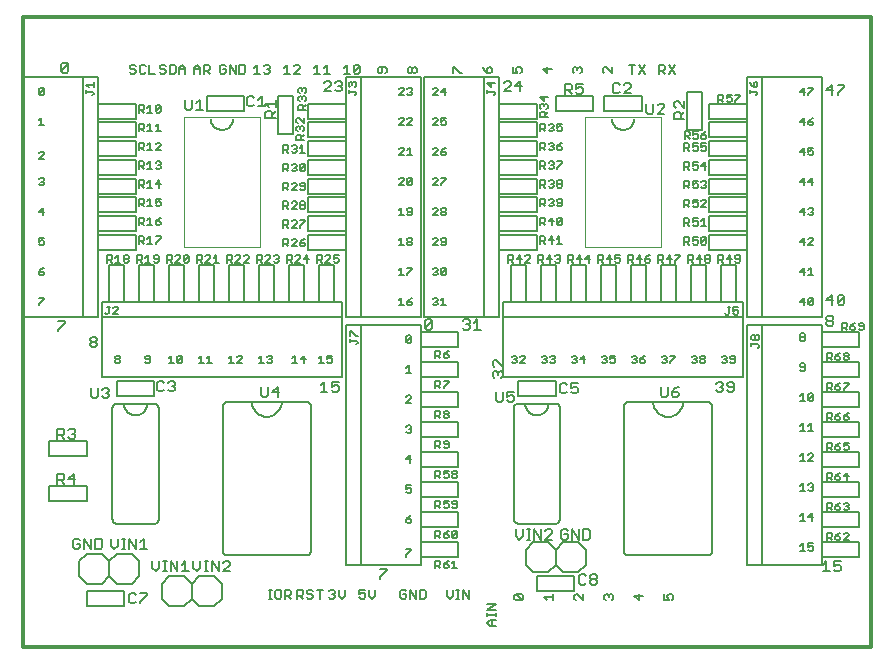
<source format=gto>
G75*
%MOIN*%
%OFA0B0*%
%FSLAX24Y24*%
%IPPOS*%
%LPD*%
%AMOC8*
5,1,8,0,0,1.08239X$1,22.5*
%
%ADD10C,0.0120*%
%ADD11C,0.0050*%
%ADD12C,0.0060*%
%ADD13C,0.0040*%
D10*
X006252Y000160D02*
X006252Y021160D01*
X034502Y021160D01*
X034502Y000160D01*
X006252Y000160D01*
D11*
X008377Y001535D02*
X008377Y002035D01*
X009627Y002035D01*
X009627Y001535D01*
X008377Y001535D01*
X008377Y005035D02*
X007127Y005035D01*
X007127Y005535D01*
X008377Y005535D01*
X008377Y005035D01*
X008377Y006535D02*
X007127Y006535D01*
X007127Y007035D01*
X008377Y007035D01*
X008377Y006535D01*
X009377Y008535D02*
X009377Y009035D01*
X010627Y009035D01*
X010627Y008535D01*
X009377Y008535D01*
X008877Y009160D02*
X008877Y011160D01*
X008877Y011660D01*
X016877Y011660D01*
X016877Y011160D01*
X016877Y009160D01*
X008877Y009160D01*
X009355Y009635D02*
X009314Y009677D01*
X009314Y009718D01*
X009355Y009760D01*
X009439Y009760D01*
X009480Y009718D01*
X009480Y009677D01*
X009439Y009635D01*
X009355Y009635D01*
X009355Y009760D02*
X009314Y009802D01*
X009314Y009844D01*
X009355Y009885D01*
X009439Y009885D01*
X009480Y009844D01*
X009480Y009802D01*
X009439Y009760D01*
X010314Y009802D02*
X010355Y009760D01*
X010480Y009760D01*
X010480Y009677D02*
X010480Y009844D01*
X010439Y009885D01*
X010355Y009885D01*
X010314Y009844D01*
X010314Y009802D01*
X010314Y009677D02*
X010355Y009635D01*
X010439Y009635D01*
X010480Y009677D01*
X011100Y009635D02*
X011267Y009635D01*
X011183Y009635D02*
X011183Y009885D01*
X011100Y009802D01*
X011376Y009844D02*
X011418Y009885D01*
X011501Y009885D01*
X011543Y009844D01*
X011376Y009677D01*
X011418Y009635D01*
X011501Y009635D01*
X011543Y009677D01*
X011543Y009844D01*
X011376Y009844D02*
X011376Y009677D01*
X012100Y009635D02*
X012267Y009635D01*
X012183Y009635D02*
X012183Y009885D01*
X012100Y009802D01*
X012376Y009802D02*
X012460Y009885D01*
X012460Y009635D01*
X012543Y009635D02*
X012376Y009635D01*
X013100Y009635D02*
X013267Y009635D01*
X013183Y009635D02*
X013183Y009885D01*
X013100Y009802D01*
X013376Y009844D02*
X013418Y009885D01*
X013501Y009885D01*
X013543Y009844D01*
X013543Y009802D01*
X013376Y009635D01*
X013543Y009635D01*
X014100Y009635D02*
X014267Y009635D01*
X014183Y009635D02*
X014183Y009885D01*
X014100Y009802D01*
X014376Y009844D02*
X014418Y009885D01*
X014501Y009885D01*
X014543Y009844D01*
X014543Y009802D01*
X014501Y009760D01*
X014543Y009718D01*
X014543Y009677D01*
X014501Y009635D01*
X014418Y009635D01*
X014376Y009677D01*
X014460Y009760D02*
X014501Y009760D01*
X015225Y009802D02*
X015308Y009885D01*
X015308Y009635D01*
X015225Y009635D02*
X015392Y009635D01*
X015501Y009760D02*
X015668Y009760D01*
X015626Y009635D02*
X015626Y009885D01*
X015501Y009760D01*
X016100Y009802D02*
X016183Y009885D01*
X016183Y009635D01*
X016100Y009635D02*
X016267Y009635D01*
X016376Y009677D02*
X016418Y009635D01*
X016501Y009635D01*
X016543Y009677D01*
X016543Y009760D01*
X016501Y009802D01*
X016460Y009802D01*
X016376Y009760D01*
X016376Y009885D01*
X016543Y009885D01*
X017152Y010341D02*
X017152Y010424D01*
X017152Y010383D02*
X017361Y010383D01*
X017402Y010341D01*
X017402Y010299D01*
X017361Y010258D01*
X017361Y010534D02*
X017402Y010534D01*
X017361Y010534D02*
X017194Y010701D01*
X017152Y010701D01*
X017152Y010534D01*
X017002Y010910D02*
X017502Y010910D01*
X019502Y010910D01*
X019502Y002910D01*
X017502Y002910D01*
X017002Y002910D01*
X017002Y010910D01*
X017002Y011160D02*
X017502Y011160D01*
X019502Y011160D01*
X019502Y019160D01*
X017502Y019160D01*
X017002Y019160D01*
X017002Y011160D01*
X016877Y011160D02*
X008877Y011160D01*
X008752Y011160D02*
X008252Y011160D01*
X006252Y011160D01*
X006252Y019160D01*
X008252Y019160D01*
X008752Y019160D01*
X008752Y011160D01*
X008975Y011302D02*
X009017Y011260D01*
X009058Y011260D01*
X009100Y011302D01*
X009100Y011510D01*
X009058Y011510D02*
X009142Y011510D01*
X009251Y011469D02*
X009293Y011510D01*
X009376Y011510D01*
X009418Y011469D01*
X009418Y011427D01*
X009251Y011260D01*
X009418Y011260D01*
X009627Y011660D02*
X009127Y011660D01*
X009127Y012910D01*
X009627Y012910D01*
X009627Y011660D01*
X010127Y011660D02*
X010627Y011660D01*
X010627Y012910D01*
X010127Y012910D01*
X010127Y011660D01*
X011127Y011660D02*
X011627Y011660D01*
X011627Y012910D01*
X011127Y012910D01*
X011127Y011660D01*
X012127Y011660D02*
X012627Y011660D01*
X012627Y012910D01*
X012127Y012910D01*
X012127Y011660D01*
X013127Y011660D02*
X013627Y011660D01*
X013627Y012910D01*
X013127Y012910D01*
X013127Y011660D01*
X014127Y011660D02*
X014627Y011660D01*
X014627Y012910D01*
X014127Y012910D01*
X014127Y011660D01*
X015127Y011660D02*
X015627Y011660D01*
X015627Y012910D01*
X015127Y012910D01*
X015127Y011660D01*
X016127Y011660D02*
X016627Y011660D01*
X016627Y012910D01*
X016127Y012910D01*
X016127Y011660D01*
X017502Y011160D02*
X017502Y019160D01*
X017418Y019285D02*
X017318Y019285D01*
X017268Y019335D01*
X017468Y019535D01*
X017468Y019335D01*
X017418Y019285D01*
X017268Y019335D02*
X017268Y019535D01*
X017318Y019585D01*
X017418Y019585D01*
X017468Y019535D01*
X017145Y019285D02*
X016945Y019285D01*
X017045Y019285D02*
X017045Y019585D01*
X016945Y019485D01*
X016468Y019285D02*
X016268Y019285D01*
X016368Y019285D02*
X016368Y019585D01*
X016268Y019485D01*
X016145Y019285D02*
X015945Y019285D01*
X016045Y019285D02*
X016045Y019585D01*
X015945Y019485D01*
X015468Y019485D02*
X015468Y019535D01*
X015418Y019585D01*
X015318Y019585D01*
X015268Y019535D01*
X015468Y019485D02*
X015268Y019285D01*
X015468Y019285D01*
X015145Y019285D02*
X014945Y019285D01*
X015045Y019285D02*
X015045Y019585D01*
X014945Y019485D01*
X014468Y019485D02*
X014418Y019435D01*
X014468Y019385D01*
X014468Y019335D01*
X014418Y019285D01*
X014318Y019285D01*
X014268Y019335D01*
X014145Y019285D02*
X013945Y019285D01*
X014045Y019285D02*
X014045Y019585D01*
X013945Y019485D01*
X013655Y019523D02*
X013605Y019573D01*
X013455Y019573D01*
X013455Y019273D01*
X013605Y019273D01*
X013655Y019323D01*
X013655Y019523D01*
X013333Y019573D02*
X013333Y019273D01*
X013133Y019573D01*
X013133Y019273D01*
X013011Y019323D02*
X012961Y019273D01*
X012861Y019273D01*
X012811Y019323D01*
X012811Y019523D01*
X012861Y019573D01*
X012961Y019573D01*
X013011Y019523D01*
X013011Y019423D02*
X012911Y019423D01*
X013011Y019423D02*
X013011Y019323D01*
X012468Y019273D02*
X012368Y019373D01*
X012418Y019373D02*
X012268Y019373D01*
X012268Y019273D02*
X012268Y019573D01*
X012418Y019573D01*
X012468Y019523D01*
X012468Y019423D01*
X012418Y019373D01*
X012145Y019423D02*
X011945Y019423D01*
X011945Y019473D02*
X012045Y019573D01*
X012145Y019473D01*
X012145Y019273D01*
X011945Y019273D02*
X011945Y019473D01*
X011655Y019473D02*
X011655Y019273D01*
X011655Y019423D02*
X011455Y019423D01*
X011455Y019473D02*
X011555Y019573D01*
X011655Y019473D01*
X011455Y019473D02*
X011455Y019273D01*
X011333Y019323D02*
X011333Y019523D01*
X011283Y019573D01*
X011133Y019573D01*
X011133Y019273D01*
X011283Y019273D01*
X011333Y019323D01*
X011011Y019323D02*
X010961Y019273D01*
X010861Y019273D01*
X010811Y019323D01*
X010861Y019423D02*
X010961Y019423D01*
X011011Y019373D01*
X011011Y019323D01*
X010861Y019423D02*
X010811Y019473D01*
X010811Y019523D01*
X010861Y019573D01*
X010961Y019573D01*
X011011Y019523D01*
X010655Y019285D02*
X010455Y019285D01*
X010455Y019585D01*
X010333Y019535D02*
X010283Y019585D01*
X010183Y019585D01*
X010133Y019535D01*
X010133Y019335D01*
X010183Y019285D01*
X010283Y019285D01*
X010333Y019335D01*
X010011Y019335D02*
X009961Y019285D01*
X009861Y019285D01*
X009811Y019335D01*
X009861Y019435D02*
X009961Y019435D01*
X010011Y019385D01*
X010011Y019335D01*
X009861Y019435D02*
X009811Y019485D01*
X009811Y019535D01*
X009861Y019585D01*
X009961Y019585D01*
X010011Y019535D01*
X008602Y019003D02*
X008602Y018836D01*
X008602Y018920D02*
X008352Y018920D01*
X008436Y018836D01*
X008352Y018727D02*
X008352Y018643D01*
X008352Y018685D02*
X008561Y018685D01*
X008602Y018643D01*
X008602Y018602D01*
X008561Y018560D01*
X008752Y018285D02*
X008752Y017785D01*
X010002Y017785D01*
X010002Y018285D01*
X008752Y018285D01*
X008752Y017660D02*
X008752Y017160D01*
X010002Y017160D01*
X010002Y017660D01*
X008752Y017660D01*
X008752Y017035D02*
X008752Y016535D01*
X010002Y016535D01*
X010002Y017035D01*
X008752Y017035D01*
X008752Y016410D02*
X008752Y015910D01*
X010002Y015910D01*
X010002Y016410D01*
X008752Y016410D01*
X008752Y015785D02*
X008752Y015285D01*
X010002Y015285D01*
X010002Y015785D01*
X008752Y015785D01*
X008752Y015160D02*
X008752Y014660D01*
X010002Y014660D01*
X010002Y015160D01*
X008752Y015160D01*
X008752Y014535D02*
X008752Y014035D01*
X010002Y014035D01*
X010002Y014535D01*
X008752Y014535D01*
X008752Y013910D02*
X008752Y013410D01*
X010002Y013410D01*
X010002Y013910D01*
X008752Y013910D01*
X009052Y013235D02*
X009177Y013235D01*
X009219Y013194D01*
X009219Y013110D01*
X009177Y013068D01*
X009052Y013068D01*
X009052Y012985D02*
X009052Y013235D01*
X009136Y013068D02*
X009219Y012985D01*
X009329Y012985D02*
X009495Y012985D01*
X009412Y012985D02*
X009412Y013235D01*
X009329Y013152D01*
X009605Y013152D02*
X009605Y013194D01*
X009647Y013235D01*
X009730Y013235D01*
X009772Y013194D01*
X009772Y013152D01*
X009730Y013110D01*
X009647Y013110D01*
X009605Y013152D01*
X009647Y013110D02*
X009605Y013068D01*
X009605Y013027D01*
X009647Y012985D01*
X009730Y012985D01*
X009772Y013027D01*
X009772Y013068D01*
X009730Y013110D01*
X010052Y013068D02*
X010177Y013068D01*
X010219Y013110D01*
X010219Y013194D01*
X010177Y013235D01*
X010052Y013235D01*
X010052Y012985D01*
X010136Y013068D02*
X010219Y012985D01*
X010329Y012985D02*
X010495Y012985D01*
X010412Y012985D02*
X010412Y013235D01*
X010329Y013152D01*
X010605Y013152D02*
X010647Y013110D01*
X010772Y013110D01*
X010772Y013027D02*
X010772Y013194D01*
X010730Y013235D01*
X010647Y013235D01*
X010605Y013194D01*
X010605Y013152D01*
X010605Y013027D02*
X010647Y012985D01*
X010730Y012985D01*
X010772Y013027D01*
X011052Y013068D02*
X011177Y013068D01*
X011219Y013110D01*
X011219Y013194D01*
X011177Y013235D01*
X011052Y013235D01*
X011052Y012985D01*
X011136Y013068D02*
X011219Y012985D01*
X011329Y012985D02*
X011495Y013152D01*
X011495Y013194D01*
X011454Y013235D01*
X011370Y013235D01*
X011329Y013194D01*
X011329Y012985D02*
X011495Y012985D01*
X011605Y013027D02*
X011647Y012985D01*
X011730Y012985D01*
X011772Y013027D01*
X011772Y013194D01*
X011605Y013027D01*
X011605Y013194D01*
X011647Y013235D01*
X011730Y013235D01*
X011772Y013194D01*
X012052Y013235D02*
X012052Y012985D01*
X012052Y013068D02*
X012177Y013068D01*
X012219Y013110D01*
X012219Y013194D01*
X012177Y013235D01*
X012052Y013235D01*
X012136Y013068D02*
X012219Y012985D01*
X012329Y012985D02*
X012495Y013152D01*
X012495Y013194D01*
X012454Y013235D01*
X012370Y013235D01*
X012329Y013194D01*
X012329Y012985D02*
X012495Y012985D01*
X012605Y012985D02*
X012772Y012985D01*
X012688Y012985D02*
X012688Y013235D01*
X012605Y013152D01*
X013052Y013235D02*
X013052Y012985D01*
X013052Y013068D02*
X013177Y013068D01*
X013219Y013110D01*
X013219Y013194D01*
X013177Y013235D01*
X013052Y013235D01*
X013136Y013068D02*
X013219Y012985D01*
X013329Y012985D02*
X013495Y013152D01*
X013495Y013194D01*
X013454Y013235D01*
X013370Y013235D01*
X013329Y013194D01*
X013329Y012985D02*
X013495Y012985D01*
X013605Y012985D02*
X013772Y013152D01*
X013772Y013194D01*
X013730Y013235D01*
X013647Y013235D01*
X013605Y013194D01*
X013605Y012985D02*
X013772Y012985D01*
X014052Y012985D02*
X014052Y013235D01*
X014177Y013235D01*
X014219Y013194D01*
X014219Y013110D01*
X014177Y013068D01*
X014052Y013068D01*
X014136Y013068D02*
X014219Y012985D01*
X014329Y012985D02*
X014495Y013152D01*
X014495Y013194D01*
X014454Y013235D01*
X014370Y013235D01*
X014329Y013194D01*
X014329Y012985D02*
X014495Y012985D01*
X014605Y013027D02*
X014647Y012985D01*
X014730Y012985D01*
X014772Y013027D01*
X014772Y013068D01*
X014730Y013110D01*
X014688Y013110D01*
X014730Y013110D02*
X014772Y013152D01*
X014772Y013194D01*
X014730Y013235D01*
X014647Y013235D01*
X014605Y013194D01*
X015052Y013235D02*
X015052Y012985D01*
X015052Y013068D02*
X015177Y013068D01*
X015219Y013110D01*
X015219Y013194D01*
X015177Y013235D01*
X015052Y013235D01*
X015136Y013068D02*
X015219Y012985D01*
X015329Y012985D02*
X015495Y013152D01*
X015495Y013194D01*
X015454Y013235D01*
X015370Y013235D01*
X015329Y013194D01*
X015329Y012985D02*
X015495Y012985D01*
X015605Y013110D02*
X015772Y013110D01*
X015730Y012985D02*
X015730Y013235D01*
X015605Y013110D01*
X015752Y013410D02*
X015752Y013910D01*
X017002Y013910D01*
X017002Y013410D01*
X015752Y013410D01*
X015601Y013523D02*
X015518Y013523D01*
X015476Y013564D01*
X015476Y013648D01*
X015601Y013648D01*
X015643Y013606D01*
X015643Y013564D01*
X015601Y013523D01*
X015476Y013648D02*
X015560Y013731D01*
X015643Y013773D01*
X015367Y013731D02*
X015325Y013773D01*
X015242Y013773D01*
X015200Y013731D01*
X015090Y013731D02*
X015090Y013648D01*
X015049Y013606D01*
X014924Y013606D01*
X015007Y013606D02*
X015090Y013523D01*
X015200Y013523D02*
X015367Y013689D01*
X015367Y013731D01*
X015367Y013523D02*
X015200Y013523D01*
X015090Y013731D02*
X015049Y013773D01*
X014924Y013773D01*
X014924Y013523D01*
X015752Y014035D02*
X015752Y014535D01*
X017002Y014535D01*
X017002Y014035D01*
X015752Y014035D01*
X015476Y014148D02*
X015476Y014189D01*
X015643Y014356D01*
X015643Y014398D01*
X015476Y014398D01*
X015367Y014356D02*
X015325Y014398D01*
X015242Y014398D01*
X015200Y014356D01*
X015090Y014356D02*
X015090Y014273D01*
X015049Y014231D01*
X014924Y014231D01*
X015007Y014231D02*
X015090Y014148D01*
X015200Y014148D02*
X015367Y014314D01*
X015367Y014356D01*
X015367Y014148D02*
X015200Y014148D01*
X015090Y014356D02*
X015049Y014398D01*
X014924Y014398D01*
X014924Y014148D01*
X015752Y014660D02*
X015752Y015160D01*
X017002Y015160D01*
X017002Y014660D01*
X015752Y014660D01*
X015601Y014773D02*
X015518Y014773D01*
X015476Y014814D01*
X015476Y014856D01*
X015518Y014898D01*
X015601Y014898D01*
X015643Y014856D01*
X015643Y014814D01*
X015601Y014773D01*
X015601Y014898D02*
X015643Y014939D01*
X015643Y014981D01*
X015601Y015023D01*
X015518Y015023D01*
X015476Y014981D01*
X015476Y014939D01*
X015518Y014898D01*
X015367Y014939D02*
X015367Y014981D01*
X015325Y015023D01*
X015242Y015023D01*
X015200Y014981D01*
X015090Y014981D02*
X015090Y014898D01*
X015049Y014856D01*
X014924Y014856D01*
X015007Y014856D02*
X015090Y014773D01*
X015200Y014773D02*
X015367Y014939D01*
X015367Y014773D02*
X015200Y014773D01*
X015090Y014981D02*
X015049Y015023D01*
X014924Y015023D01*
X014924Y014773D01*
X015752Y015285D02*
X015752Y015785D01*
X017002Y015785D01*
X017002Y015285D01*
X015752Y015285D01*
X015601Y015398D02*
X015518Y015398D01*
X015476Y015439D01*
X015518Y015523D02*
X015643Y015523D01*
X015643Y015606D02*
X015643Y015439D01*
X015601Y015398D01*
X015518Y015523D02*
X015476Y015564D01*
X015476Y015606D01*
X015518Y015648D01*
X015601Y015648D01*
X015643Y015606D01*
X015367Y015606D02*
X015367Y015564D01*
X015200Y015398D01*
X015367Y015398D01*
X015367Y015606D02*
X015325Y015648D01*
X015242Y015648D01*
X015200Y015606D01*
X015090Y015606D02*
X015090Y015523D01*
X015049Y015481D01*
X014924Y015481D01*
X015007Y015481D02*
X015090Y015398D01*
X014924Y015398D02*
X014924Y015648D01*
X015049Y015648D01*
X015090Y015606D01*
X015090Y016023D02*
X015007Y016106D01*
X015049Y016106D02*
X014924Y016106D01*
X014924Y016023D02*
X014924Y016273D01*
X015049Y016273D01*
X015090Y016231D01*
X015090Y016148D01*
X015049Y016106D01*
X015200Y016064D02*
X015242Y016023D01*
X015325Y016023D01*
X015367Y016064D01*
X015367Y016106D01*
X015325Y016148D01*
X015283Y016148D01*
X015325Y016148D02*
X015367Y016189D01*
X015367Y016231D01*
X015325Y016273D01*
X015242Y016273D01*
X015200Y016231D01*
X015476Y016231D02*
X015518Y016273D01*
X015601Y016273D01*
X015643Y016231D01*
X015476Y016064D01*
X015518Y016023D01*
X015601Y016023D01*
X015643Y016064D01*
X015643Y016231D01*
X015476Y016231D02*
X015476Y016064D01*
X015752Y015910D02*
X015752Y016410D01*
X017002Y016410D01*
X017002Y015910D01*
X015752Y015910D01*
X015752Y016535D02*
X015752Y017035D01*
X017002Y017035D01*
X017002Y016535D01*
X015752Y016535D01*
X015643Y016648D02*
X015476Y016648D01*
X015560Y016648D02*
X015560Y016898D01*
X015476Y016814D01*
X015367Y016814D02*
X015325Y016773D01*
X015367Y016731D01*
X015367Y016689D01*
X015325Y016648D01*
X015242Y016648D01*
X015200Y016689D01*
X015090Y016648D02*
X015007Y016731D01*
X015049Y016731D02*
X014924Y016731D01*
X014924Y016648D02*
X014924Y016898D01*
X015049Y016898D01*
X015090Y016856D01*
X015090Y016773D01*
X015049Y016731D01*
X015200Y016856D02*
X015242Y016898D01*
X015325Y016898D01*
X015367Y016856D01*
X015367Y016814D01*
X015325Y016773D02*
X015283Y016773D01*
X015365Y017085D02*
X015365Y017210D01*
X015406Y017252D01*
X015490Y017252D01*
X015531Y017210D01*
X015531Y017085D01*
X015531Y017168D02*
X015615Y017252D01*
X015573Y017361D02*
X015615Y017403D01*
X015615Y017486D01*
X015573Y017528D01*
X015531Y017528D01*
X015490Y017486D01*
X015490Y017445D01*
X015490Y017486D02*
X015448Y017528D01*
X015406Y017528D01*
X015365Y017486D01*
X015365Y017403D01*
X015406Y017361D01*
X015252Y017285D02*
X014752Y017285D01*
X014752Y018535D01*
X015252Y018535D01*
X015252Y017285D01*
X015365Y017085D02*
X015615Y017085D01*
X015752Y017160D02*
X015752Y017660D01*
X017002Y017660D01*
X017002Y017160D01*
X015752Y017160D01*
X015615Y017637D02*
X015448Y017804D01*
X015406Y017804D01*
X015365Y017763D01*
X015365Y017679D01*
X015406Y017637D01*
X015615Y017637D02*
X015615Y017804D01*
X015752Y017785D02*
X015752Y018285D01*
X017002Y018285D01*
X017002Y017785D01*
X015752Y017785D01*
X015677Y018085D02*
X015427Y018085D01*
X015427Y018210D01*
X015469Y018252D01*
X015552Y018252D01*
X015594Y018210D01*
X015594Y018085D01*
X015594Y018168D02*
X015677Y018252D01*
X015636Y018361D02*
X015677Y018403D01*
X015677Y018486D01*
X015636Y018528D01*
X015594Y018528D01*
X015552Y018486D01*
X015552Y018445D01*
X015552Y018486D02*
X015511Y018528D01*
X015469Y018528D01*
X015427Y018486D01*
X015427Y018403D01*
X015469Y018361D01*
X015469Y018637D02*
X015427Y018679D01*
X015427Y018763D01*
X015469Y018804D01*
X015511Y018804D01*
X015552Y018763D01*
X015594Y018804D01*
X015636Y018804D01*
X015677Y018763D01*
X015677Y018679D01*
X015636Y018637D01*
X015552Y018721D02*
X015552Y018763D01*
X014468Y019485D02*
X014468Y019535D01*
X014418Y019585D01*
X014318Y019585D01*
X014268Y019535D01*
X014368Y019435D02*
X014418Y019435D01*
X013627Y018535D02*
X013627Y018035D01*
X012377Y018035D01*
X012377Y018535D01*
X013627Y018535D01*
X013252Y017785D02*
X013250Y017747D01*
X013244Y017710D01*
X013235Y017673D01*
X013222Y017637D01*
X013205Y017603D01*
X013185Y017571D01*
X013162Y017541D01*
X013135Y017513D01*
X013107Y017488D01*
X013075Y017467D01*
X013042Y017448D01*
X013007Y017433D01*
X012971Y017422D01*
X012934Y017414D01*
X012896Y017410D01*
X012858Y017410D01*
X012820Y017414D01*
X012783Y017422D01*
X012747Y017433D01*
X012712Y017448D01*
X012679Y017467D01*
X012647Y017488D01*
X012619Y017513D01*
X012592Y017541D01*
X012569Y017571D01*
X012549Y017603D01*
X012532Y017637D01*
X012519Y017673D01*
X012510Y017710D01*
X012504Y017747D01*
X012502Y017785D01*
X010834Y018027D02*
X010792Y017985D01*
X010709Y017985D01*
X010667Y018027D01*
X010834Y018194D01*
X010834Y018027D01*
X010834Y018194D02*
X010792Y018235D01*
X010709Y018235D01*
X010667Y018194D01*
X010667Y018027D01*
X010558Y017985D02*
X010391Y017985D01*
X010475Y017985D02*
X010475Y018235D01*
X010391Y018152D01*
X010282Y018194D02*
X010282Y018110D01*
X010240Y018068D01*
X010115Y018068D01*
X010115Y017985D02*
X010115Y018235D01*
X010240Y018235D01*
X010282Y018194D01*
X010198Y018068D02*
X010282Y017985D01*
X010240Y017610D02*
X010282Y017569D01*
X010282Y017485D01*
X010240Y017443D01*
X010115Y017443D01*
X010115Y017360D02*
X010115Y017610D01*
X010240Y017610D01*
X010198Y017443D02*
X010282Y017360D01*
X010391Y017360D02*
X010558Y017360D01*
X010475Y017360D02*
X010475Y017610D01*
X010391Y017527D01*
X010667Y017527D02*
X010751Y017610D01*
X010751Y017360D01*
X010834Y017360D02*
X010667Y017360D01*
X010709Y016985D02*
X010667Y016944D01*
X010709Y016985D02*
X010792Y016985D01*
X010834Y016944D01*
X010834Y016902D01*
X010667Y016735D01*
X010834Y016735D01*
X010558Y016735D02*
X010391Y016735D01*
X010475Y016735D02*
X010475Y016985D01*
X010391Y016902D01*
X010282Y016944D02*
X010282Y016860D01*
X010240Y016818D01*
X010115Y016818D01*
X010115Y016735D02*
X010115Y016985D01*
X010240Y016985D01*
X010282Y016944D01*
X010198Y016818D02*
X010282Y016735D01*
X010240Y016360D02*
X010282Y016319D01*
X010282Y016235D01*
X010240Y016193D01*
X010115Y016193D01*
X010115Y016110D02*
X010115Y016360D01*
X010240Y016360D01*
X010198Y016193D02*
X010282Y016110D01*
X010391Y016110D02*
X010558Y016110D01*
X010475Y016110D02*
X010475Y016360D01*
X010391Y016277D01*
X010667Y016319D02*
X010709Y016360D01*
X010792Y016360D01*
X010834Y016319D01*
X010834Y016277D01*
X010792Y016235D01*
X010834Y016193D01*
X010834Y016152D01*
X010792Y016110D01*
X010709Y016110D01*
X010667Y016152D01*
X010751Y016235D02*
X010792Y016235D01*
X010792Y015735D02*
X010667Y015610D01*
X010834Y015610D01*
X010792Y015485D02*
X010792Y015735D01*
X010475Y015735D02*
X010475Y015485D01*
X010558Y015485D02*
X010391Y015485D01*
X010282Y015485D02*
X010198Y015568D01*
X010240Y015568D02*
X010115Y015568D01*
X010115Y015485D02*
X010115Y015735D01*
X010240Y015735D01*
X010282Y015694D01*
X010282Y015610D01*
X010240Y015568D01*
X010391Y015652D02*
X010475Y015735D01*
X010475Y015110D02*
X010391Y015027D01*
X010282Y015069D02*
X010282Y014985D01*
X010240Y014943D01*
X010115Y014943D01*
X010115Y014860D02*
X010115Y015110D01*
X010240Y015110D01*
X010282Y015069D01*
X010198Y014943D02*
X010282Y014860D01*
X010391Y014860D02*
X010558Y014860D01*
X010475Y014860D02*
X010475Y015110D01*
X010667Y015110D02*
X010667Y014985D01*
X010751Y015027D01*
X010792Y015027D01*
X010834Y014985D01*
X010834Y014902D01*
X010792Y014860D01*
X010709Y014860D01*
X010667Y014902D01*
X010667Y015110D02*
X010834Y015110D01*
X010834Y014485D02*
X010751Y014444D01*
X010667Y014360D01*
X010792Y014360D01*
X010834Y014318D01*
X010834Y014277D01*
X010792Y014235D01*
X010709Y014235D01*
X010667Y014277D01*
X010667Y014360D01*
X010558Y014235D02*
X010391Y014235D01*
X010475Y014235D02*
X010475Y014485D01*
X010391Y014402D01*
X010282Y014444D02*
X010282Y014360D01*
X010240Y014318D01*
X010115Y014318D01*
X010115Y014235D02*
X010115Y014485D01*
X010240Y014485D01*
X010282Y014444D01*
X010198Y014318D02*
X010282Y014235D01*
X010240Y013860D02*
X010282Y013819D01*
X010282Y013735D01*
X010240Y013693D01*
X010115Y013693D01*
X010115Y013610D02*
X010115Y013860D01*
X010240Y013860D01*
X010198Y013693D02*
X010282Y013610D01*
X010391Y013610D02*
X010558Y013610D01*
X010475Y013610D02*
X010475Y013860D01*
X010391Y013777D01*
X010667Y013860D02*
X010834Y013860D01*
X010834Y013819D01*
X010667Y013652D01*
X010667Y013610D01*
X006944Y013602D02*
X006902Y013560D01*
X006819Y013560D01*
X006777Y013602D01*
X006777Y013685D02*
X006861Y013727D01*
X006902Y013727D01*
X006944Y013685D01*
X006944Y013602D01*
X006777Y013685D02*
X006777Y013810D01*
X006944Y013810D01*
X006902Y014560D02*
X006902Y014810D01*
X006777Y014685D01*
X006944Y014685D01*
X006902Y015560D02*
X006819Y015560D01*
X006777Y015602D01*
X006861Y015685D02*
X006902Y015685D01*
X006944Y015643D01*
X006944Y015602D01*
X006902Y015560D01*
X006902Y015685D02*
X006944Y015727D01*
X006944Y015769D01*
X006902Y015810D01*
X006819Y015810D01*
X006777Y015769D01*
X006777Y016435D02*
X006944Y016602D01*
X006944Y016644D01*
X006902Y016685D01*
X006819Y016685D01*
X006777Y016644D01*
X006777Y016435D02*
X006944Y016435D01*
X006944Y017560D02*
X006777Y017560D01*
X006861Y017560D02*
X006861Y017810D01*
X006777Y017727D01*
X006819Y018560D02*
X006777Y018602D01*
X006944Y018769D01*
X006944Y018602D01*
X006902Y018560D01*
X006819Y018560D01*
X006777Y018602D02*
X006777Y018769D01*
X006819Y018810D01*
X006902Y018810D01*
X006944Y018769D01*
X008252Y019160D02*
X008252Y011160D01*
X006944Y011769D02*
X006777Y011602D01*
X006777Y011560D01*
X006777Y011810D02*
X006944Y011810D01*
X006944Y011769D01*
X006902Y012560D02*
X006944Y012602D01*
X006944Y012643D01*
X006902Y012685D01*
X006777Y012685D01*
X006777Y012602D01*
X006819Y012560D01*
X006902Y012560D01*
X006777Y012685D02*
X006861Y012769D01*
X006944Y012810D01*
X016052Y012985D02*
X016052Y013235D01*
X016177Y013235D01*
X016219Y013194D01*
X016219Y013110D01*
X016177Y013068D01*
X016052Y013068D01*
X016136Y013068D02*
X016219Y012985D01*
X016329Y012985D02*
X016495Y013152D01*
X016495Y013194D01*
X016454Y013235D01*
X016370Y013235D01*
X016329Y013194D01*
X016329Y012985D02*
X016495Y012985D01*
X016605Y013027D02*
X016647Y012985D01*
X016730Y012985D01*
X016772Y013027D01*
X016772Y013110D01*
X016730Y013152D01*
X016688Y013152D01*
X016605Y013110D01*
X016605Y013235D01*
X016772Y013235D01*
X018777Y013560D02*
X018944Y013560D01*
X018861Y013560D02*
X018861Y013810D01*
X018777Y013727D01*
X019054Y013727D02*
X019054Y013769D01*
X019095Y013810D01*
X019179Y013810D01*
X019220Y013769D01*
X019220Y013727D01*
X019179Y013685D01*
X019095Y013685D01*
X019054Y013727D01*
X019095Y013685D02*
X019054Y013643D01*
X019054Y013602D01*
X019095Y013560D01*
X019179Y013560D01*
X019220Y013602D01*
X019220Y013643D01*
X019179Y013685D01*
X019902Y013769D02*
X019944Y013810D01*
X020027Y013810D01*
X020069Y013769D01*
X020069Y013727D01*
X019902Y013560D01*
X020069Y013560D01*
X020179Y013602D02*
X020220Y013560D01*
X020304Y013560D01*
X020345Y013602D01*
X020345Y013769D01*
X020304Y013810D01*
X020220Y013810D01*
X020179Y013769D01*
X020179Y013727D01*
X020220Y013685D01*
X020345Y013685D01*
X020304Y012810D02*
X020345Y012769D01*
X020179Y012602D01*
X020220Y012560D01*
X020304Y012560D01*
X020345Y012602D01*
X020345Y012769D01*
X020304Y012810D02*
X020220Y012810D01*
X020179Y012769D01*
X020179Y012602D01*
X020069Y012602D02*
X020027Y012560D01*
X019944Y012560D01*
X019902Y012602D01*
X019986Y012685D02*
X020027Y012685D01*
X020069Y012643D01*
X020069Y012602D01*
X020027Y012685D02*
X020069Y012727D01*
X020069Y012769D01*
X020027Y012810D01*
X019944Y012810D01*
X019902Y012769D01*
X019220Y012769D02*
X019054Y012602D01*
X019054Y012560D01*
X018944Y012560D02*
X018777Y012560D01*
X018861Y012560D02*
X018861Y012810D01*
X018777Y012727D01*
X019054Y012810D02*
X019220Y012810D01*
X019220Y012769D01*
X019220Y011810D02*
X019137Y011769D01*
X019054Y011685D01*
X019179Y011685D01*
X019220Y011643D01*
X019220Y011602D01*
X019179Y011560D01*
X019095Y011560D01*
X019054Y011602D01*
X019054Y011685D01*
X018944Y011560D02*
X018777Y011560D01*
X018861Y011560D02*
X018861Y011810D01*
X018777Y011727D01*
X019627Y011160D02*
X021627Y011160D01*
X022127Y011160D01*
X022127Y019160D01*
X021627Y019160D01*
X019627Y019160D01*
X019627Y011160D01*
X019944Y011560D02*
X019902Y011602D01*
X019944Y011560D02*
X020027Y011560D01*
X020069Y011602D01*
X020069Y011643D01*
X020027Y011685D01*
X019986Y011685D01*
X020027Y011685D02*
X020069Y011727D01*
X020069Y011769D01*
X020027Y011810D01*
X019944Y011810D01*
X019902Y011769D01*
X020179Y011727D02*
X020262Y011810D01*
X020262Y011560D01*
X020179Y011560D02*
X020345Y011560D01*
X020752Y010660D02*
X019502Y010660D01*
X019502Y010160D01*
X020752Y010160D01*
X020752Y010660D01*
X020433Y010048D02*
X020350Y010006D01*
X020266Y009923D01*
X020391Y009923D01*
X020433Y009881D01*
X020433Y009839D01*
X020391Y009798D01*
X020308Y009798D01*
X020266Y009839D01*
X020266Y009923D01*
X020157Y009923D02*
X020115Y009881D01*
X019990Y009881D01*
X020073Y009881D02*
X020157Y009798D01*
X020157Y009923D02*
X020157Y010006D01*
X020115Y010048D01*
X019990Y010048D01*
X019990Y009798D01*
X019502Y009660D02*
X019502Y009160D01*
X020752Y009160D01*
X020752Y009660D01*
X019502Y009660D01*
X019111Y009560D02*
X019111Y009310D01*
X019194Y009310D02*
X019027Y009310D01*
X019027Y009477D02*
X019111Y009560D01*
X019152Y010310D02*
X019069Y010310D01*
X019027Y010352D01*
X019194Y010519D01*
X019194Y010352D01*
X019152Y010310D01*
X019027Y010352D02*
X019027Y010519D01*
X019069Y010560D01*
X019152Y010560D01*
X019194Y010519D01*
X017502Y010910D02*
X017502Y002910D01*
X017463Y002085D02*
X017463Y001935D01*
X017563Y001985D01*
X017613Y001985D01*
X017663Y001935D01*
X017663Y001835D01*
X017613Y001785D01*
X017513Y001785D01*
X017463Y001835D01*
X017463Y002085D02*
X017663Y002085D01*
X017785Y002085D02*
X017785Y001885D01*
X017885Y001785D01*
X017985Y001885D01*
X017985Y002085D01*
X018828Y002035D02*
X018828Y001835D01*
X018878Y001785D01*
X018978Y001785D01*
X019028Y001835D01*
X019028Y001935D01*
X018928Y001935D01*
X018828Y002035D02*
X018878Y002085D01*
X018978Y002085D01*
X019028Y002035D01*
X019150Y002085D02*
X019350Y001785D01*
X019350Y002085D01*
X019473Y002085D02*
X019473Y001785D01*
X019623Y001785D01*
X019673Y001835D01*
X019673Y002035D01*
X019623Y002085D01*
X019473Y002085D01*
X019150Y002085D02*
X019150Y001785D01*
X020373Y001885D02*
X020473Y001785D01*
X020573Y001885D01*
X020573Y002085D01*
X020695Y002085D02*
X020795Y002085D01*
X020745Y002085D02*
X020745Y001785D01*
X020695Y001785D02*
X020795Y001785D01*
X020910Y001785D02*
X020910Y002085D01*
X021110Y001785D01*
X021110Y002085D01*
X020373Y002085D02*
X020373Y001885D01*
X020391Y002798D02*
X020433Y002839D01*
X020433Y002881D01*
X020391Y002923D01*
X020266Y002923D01*
X020266Y002839D01*
X020308Y002798D01*
X020391Y002798D01*
X020542Y002798D02*
X020709Y002798D01*
X020626Y002798D02*
X020626Y003048D01*
X020542Y002964D01*
X020433Y003048D02*
X020350Y003006D01*
X020266Y002923D01*
X020157Y002923D02*
X020115Y002881D01*
X019990Y002881D01*
X020073Y002881D02*
X020157Y002798D01*
X020157Y002923D02*
X020157Y003006D01*
X020115Y003048D01*
X019990Y003048D01*
X019990Y002798D01*
X019502Y003160D02*
X019502Y003660D01*
X020752Y003660D01*
X020752Y003160D01*
X019502Y003160D01*
X019194Y003394D02*
X019027Y003227D01*
X019027Y003185D01*
X019027Y003435D02*
X019194Y003435D01*
X019194Y003394D01*
X019990Y003798D02*
X019990Y004048D01*
X020115Y004048D01*
X020157Y004006D01*
X020157Y003923D01*
X020115Y003881D01*
X019990Y003881D01*
X020073Y003881D02*
X020157Y003798D01*
X020266Y003839D02*
X020308Y003798D01*
X020391Y003798D01*
X020433Y003839D01*
X020433Y003881D01*
X020391Y003923D01*
X020266Y003923D01*
X020266Y003839D01*
X020266Y003923D02*
X020350Y004006D01*
X020433Y004048D01*
X020542Y004006D02*
X020542Y003839D01*
X020709Y004006D01*
X020709Y003839D01*
X020667Y003798D01*
X020584Y003798D01*
X020542Y003839D01*
X020542Y004006D02*
X020584Y004048D01*
X020667Y004048D01*
X020709Y004006D01*
X020752Y004160D02*
X020752Y004660D01*
X019502Y004660D01*
X019502Y004160D01*
X020752Y004160D01*
X020667Y004798D02*
X020709Y004839D01*
X020709Y005006D01*
X020667Y005048D01*
X020584Y005048D01*
X020542Y005006D01*
X020542Y004964D01*
X020584Y004923D01*
X020709Y004923D01*
X020667Y004798D02*
X020584Y004798D01*
X020542Y004839D01*
X020433Y004839D02*
X020391Y004798D01*
X020308Y004798D01*
X020266Y004839D01*
X020266Y004923D02*
X020350Y004964D01*
X020391Y004964D01*
X020433Y004923D01*
X020433Y004839D01*
X020266Y004923D02*
X020266Y005048D01*
X020433Y005048D01*
X020157Y005006D02*
X020157Y004923D01*
X020115Y004881D01*
X019990Y004881D01*
X020073Y004881D02*
X020157Y004798D01*
X019990Y004798D02*
X019990Y005048D01*
X020115Y005048D01*
X020157Y005006D01*
X020752Y005160D02*
X020752Y005660D01*
X019502Y005660D01*
X019502Y005160D01*
X020752Y005160D01*
X020667Y005798D02*
X020584Y005798D01*
X020542Y005839D01*
X020542Y005881D01*
X020584Y005923D01*
X020667Y005923D01*
X020709Y005881D01*
X020709Y005839D01*
X020667Y005798D01*
X020667Y005923D02*
X020709Y005964D01*
X020709Y006006D01*
X020667Y006048D01*
X020584Y006048D01*
X020542Y006006D01*
X020542Y005964D01*
X020584Y005923D01*
X020433Y005923D02*
X020433Y005839D01*
X020391Y005798D01*
X020308Y005798D01*
X020266Y005839D01*
X020266Y005923D02*
X020350Y005964D01*
X020391Y005964D01*
X020433Y005923D01*
X020433Y006048D02*
X020266Y006048D01*
X020266Y005923D01*
X020157Y005923D02*
X020115Y005881D01*
X019990Y005881D01*
X020073Y005881D02*
X020157Y005798D01*
X020157Y005923D02*
X020157Y006006D01*
X020115Y006048D01*
X019990Y006048D01*
X019990Y005798D01*
X019502Y006160D02*
X019502Y006660D01*
X020752Y006660D01*
X020752Y006160D01*
X019502Y006160D01*
X019152Y006310D02*
X019152Y006560D01*
X019027Y006435D01*
X019194Y006435D01*
X019990Y006798D02*
X019990Y007048D01*
X020115Y007048D01*
X020157Y007006D01*
X020157Y006923D01*
X020115Y006881D01*
X019990Y006881D01*
X020073Y006881D02*
X020157Y006798D01*
X020266Y006839D02*
X020308Y006798D01*
X020391Y006798D01*
X020433Y006839D01*
X020433Y007006D01*
X020391Y007048D01*
X020308Y007048D01*
X020266Y007006D01*
X020266Y006964D01*
X020308Y006923D01*
X020433Y006923D01*
X020752Y007160D02*
X019502Y007160D01*
X019502Y007660D01*
X020752Y007660D01*
X020752Y007160D01*
X020391Y007798D02*
X020308Y007798D01*
X020266Y007839D01*
X020266Y007881D01*
X020308Y007923D01*
X020391Y007923D01*
X020433Y007881D01*
X020433Y007839D01*
X020391Y007798D01*
X020391Y007923D02*
X020433Y007964D01*
X020433Y008006D01*
X020391Y008048D01*
X020308Y008048D01*
X020266Y008006D01*
X020266Y007964D01*
X020308Y007923D01*
X020157Y007923D02*
X020115Y007881D01*
X019990Y007881D01*
X020073Y007881D02*
X020157Y007798D01*
X020157Y007923D02*
X020157Y008006D01*
X020115Y008048D01*
X019990Y008048D01*
X019990Y007798D01*
X019502Y008160D02*
X019502Y008660D01*
X020752Y008660D01*
X020752Y008160D01*
X019502Y008160D01*
X019194Y008310D02*
X019027Y008310D01*
X019194Y008477D01*
X019194Y008519D01*
X019152Y008560D01*
X019069Y008560D01*
X019027Y008519D01*
X019990Y008798D02*
X019990Y009048D01*
X020115Y009048D01*
X020157Y009006D01*
X020157Y008923D01*
X020115Y008881D01*
X019990Y008881D01*
X020073Y008881D02*
X020157Y008798D01*
X020266Y008798D02*
X020266Y008839D01*
X020433Y009006D01*
X020433Y009048D01*
X020266Y009048D01*
X022252Y009160D02*
X022252Y011160D01*
X022252Y011660D01*
X030252Y011660D01*
X030252Y011160D01*
X030252Y009160D01*
X022252Y009160D01*
X022752Y009035D02*
X024002Y009035D01*
X024002Y008535D01*
X022752Y008535D01*
X022752Y009035D01*
X022814Y009635D02*
X022980Y009802D01*
X022980Y009844D01*
X022939Y009885D01*
X022855Y009885D01*
X022814Y009844D01*
X022704Y009844D02*
X022704Y009802D01*
X022662Y009760D01*
X022704Y009718D01*
X022704Y009677D01*
X022662Y009635D01*
X022579Y009635D01*
X022537Y009677D01*
X022621Y009760D02*
X022662Y009760D01*
X022704Y009844D02*
X022662Y009885D01*
X022579Y009885D01*
X022537Y009844D01*
X022814Y009635D02*
X022980Y009635D01*
X023537Y009677D02*
X023579Y009635D01*
X023662Y009635D01*
X023704Y009677D01*
X023704Y009718D01*
X023662Y009760D01*
X023621Y009760D01*
X023662Y009760D02*
X023704Y009802D01*
X023704Y009844D01*
X023662Y009885D01*
X023579Y009885D01*
X023537Y009844D01*
X023814Y009844D02*
X023855Y009885D01*
X023939Y009885D01*
X023980Y009844D01*
X023980Y009802D01*
X023939Y009760D01*
X023980Y009718D01*
X023980Y009677D01*
X023939Y009635D01*
X023855Y009635D01*
X023814Y009677D01*
X023897Y009760D02*
X023939Y009760D01*
X024537Y009677D02*
X024579Y009635D01*
X024662Y009635D01*
X024704Y009677D01*
X024704Y009718D01*
X024662Y009760D01*
X024621Y009760D01*
X024662Y009760D02*
X024704Y009802D01*
X024704Y009844D01*
X024662Y009885D01*
X024579Y009885D01*
X024537Y009844D01*
X024814Y009760D02*
X024980Y009760D01*
X024939Y009635D02*
X024939Y009885D01*
X024814Y009760D01*
X025537Y009677D02*
X025579Y009635D01*
X025662Y009635D01*
X025704Y009677D01*
X025704Y009718D01*
X025662Y009760D01*
X025621Y009760D01*
X025662Y009760D02*
X025704Y009802D01*
X025704Y009844D01*
X025662Y009885D01*
X025579Y009885D01*
X025537Y009844D01*
X025814Y009885D02*
X025814Y009760D01*
X025897Y009802D01*
X025939Y009802D01*
X025980Y009760D01*
X025980Y009677D01*
X025939Y009635D01*
X025855Y009635D01*
X025814Y009677D01*
X025814Y009885D02*
X025980Y009885D01*
X026537Y009844D02*
X026579Y009885D01*
X026662Y009885D01*
X026704Y009844D01*
X026704Y009802D01*
X026662Y009760D01*
X026704Y009718D01*
X026704Y009677D01*
X026662Y009635D01*
X026579Y009635D01*
X026537Y009677D01*
X026621Y009760D02*
X026662Y009760D01*
X026814Y009760D02*
X026814Y009677D01*
X026855Y009635D01*
X026939Y009635D01*
X026980Y009677D01*
X026980Y009718D01*
X026939Y009760D01*
X026814Y009760D01*
X026897Y009844D01*
X026980Y009885D01*
X027537Y009844D02*
X027579Y009885D01*
X027662Y009885D01*
X027704Y009844D01*
X027704Y009802D01*
X027662Y009760D01*
X027704Y009718D01*
X027704Y009677D01*
X027662Y009635D01*
X027579Y009635D01*
X027537Y009677D01*
X027621Y009760D02*
X027662Y009760D01*
X027814Y009677D02*
X027814Y009635D01*
X027814Y009677D02*
X027980Y009844D01*
X027980Y009885D01*
X027814Y009885D01*
X028537Y009844D02*
X028579Y009885D01*
X028662Y009885D01*
X028704Y009844D01*
X028704Y009802D01*
X028662Y009760D01*
X028704Y009718D01*
X028704Y009677D01*
X028662Y009635D01*
X028579Y009635D01*
X028537Y009677D01*
X028621Y009760D02*
X028662Y009760D01*
X028814Y009718D02*
X028855Y009760D01*
X028939Y009760D01*
X028980Y009718D01*
X028980Y009677D01*
X028939Y009635D01*
X028855Y009635D01*
X028814Y009677D01*
X028814Y009718D01*
X028855Y009760D02*
X028814Y009802D01*
X028814Y009844D01*
X028855Y009885D01*
X028939Y009885D01*
X028980Y009844D01*
X028980Y009802D01*
X028939Y009760D01*
X029537Y009677D02*
X029579Y009635D01*
X029662Y009635D01*
X029704Y009677D01*
X029704Y009718D01*
X029662Y009760D01*
X029621Y009760D01*
X029662Y009760D02*
X029704Y009802D01*
X029704Y009844D01*
X029662Y009885D01*
X029579Y009885D01*
X029537Y009844D01*
X029814Y009844D02*
X029814Y009802D01*
X029855Y009760D01*
X029980Y009760D01*
X029980Y009677D02*
X029980Y009844D01*
X029939Y009885D01*
X029855Y009885D01*
X029814Y009844D01*
X029814Y009677D02*
X029855Y009635D01*
X029939Y009635D01*
X029980Y009677D01*
X030736Y010133D02*
X030777Y010174D01*
X030777Y010216D01*
X030736Y010258D01*
X030527Y010258D01*
X030527Y010299D02*
X030527Y010216D01*
X030569Y010409D02*
X030611Y010409D01*
X030652Y010450D01*
X030652Y010534D01*
X030694Y010576D01*
X030736Y010576D01*
X030777Y010534D01*
X030777Y010450D01*
X030736Y010409D01*
X030694Y010409D01*
X030652Y010450D01*
X030652Y010534D02*
X030611Y010576D01*
X030569Y010576D01*
X030527Y010534D01*
X030527Y010450D01*
X030569Y010409D01*
X030377Y010910D02*
X030877Y010910D01*
X032877Y010910D01*
X032877Y002910D01*
X030877Y002910D01*
X030377Y002910D01*
X030377Y010910D01*
X030377Y011160D02*
X030877Y011160D01*
X032877Y011160D01*
X032877Y019160D01*
X030877Y019160D01*
X030377Y019160D01*
X030377Y011160D01*
X030252Y011160D02*
X022252Y011160D01*
X022502Y011660D02*
X023002Y011660D01*
X023002Y012910D01*
X022502Y012910D01*
X022502Y011660D01*
X021627Y011160D02*
X021627Y019160D01*
X021727Y019300D02*
X021727Y019450D01*
X021777Y019500D01*
X021827Y019500D01*
X021877Y019450D01*
X021877Y019350D01*
X021827Y019300D01*
X021727Y019300D01*
X021627Y019400D01*
X021577Y019500D01*
X020877Y019300D02*
X020827Y019300D01*
X020627Y019500D01*
X020577Y019500D01*
X020577Y019300D01*
X020304Y018810D02*
X020179Y018685D01*
X020345Y018685D01*
X020304Y018560D02*
X020304Y018810D01*
X020069Y018769D02*
X020027Y018810D01*
X019944Y018810D01*
X019902Y018769D01*
X020069Y018769D02*
X020069Y018727D01*
X019902Y018560D01*
X020069Y018560D01*
X019220Y018602D02*
X019179Y018560D01*
X019095Y018560D01*
X019054Y018602D01*
X019137Y018685D02*
X019179Y018685D01*
X019220Y018643D01*
X019220Y018602D01*
X019179Y018685D02*
X019220Y018727D01*
X019220Y018769D01*
X019179Y018810D01*
X019095Y018810D01*
X019054Y018769D01*
X018944Y018769D02*
X018902Y018810D01*
X018819Y018810D01*
X018777Y018769D01*
X018944Y018769D02*
X018944Y018727D01*
X018777Y018560D01*
X018944Y018560D01*
X018902Y017810D02*
X018819Y017810D01*
X018777Y017769D01*
X018902Y017810D02*
X018944Y017769D01*
X018944Y017727D01*
X018777Y017560D01*
X018944Y017560D01*
X019054Y017560D02*
X019220Y017727D01*
X019220Y017769D01*
X019179Y017810D01*
X019095Y017810D01*
X019054Y017769D01*
X019054Y017560D02*
X019220Y017560D01*
X019902Y017560D02*
X020069Y017727D01*
X020069Y017769D01*
X020027Y017810D01*
X019944Y017810D01*
X019902Y017769D01*
X019902Y017560D02*
X020069Y017560D01*
X020179Y017602D02*
X020220Y017560D01*
X020304Y017560D01*
X020345Y017602D01*
X020345Y017685D01*
X020304Y017727D01*
X020262Y017727D01*
X020179Y017685D01*
X020179Y017810D01*
X020345Y017810D01*
X021727Y018643D02*
X021727Y018727D01*
X021727Y018685D02*
X021936Y018685D01*
X021977Y018643D01*
X021977Y018602D01*
X021936Y018560D01*
X021852Y018836D02*
X021852Y019003D01*
X021977Y018961D02*
X021727Y018961D01*
X021852Y018836D01*
X022127Y018285D02*
X022127Y017785D01*
X023377Y017785D01*
X023377Y018285D01*
X022127Y018285D01*
X022127Y017660D02*
X022127Y017160D01*
X023377Y017160D01*
X023377Y017660D01*
X022127Y017660D01*
X022127Y017035D02*
X022127Y016535D01*
X023377Y016535D01*
X023377Y017035D01*
X022127Y017035D01*
X022127Y016410D02*
X022127Y015910D01*
X023377Y015910D01*
X023377Y016410D01*
X022127Y016410D01*
X022127Y015785D02*
X022127Y015285D01*
X023377Y015285D01*
X023377Y015785D01*
X022127Y015785D01*
X022127Y015160D02*
X022127Y014660D01*
X023377Y014660D01*
X023377Y015160D01*
X022127Y015160D01*
X022127Y014535D02*
X022127Y014035D01*
X023377Y014035D01*
X023377Y014535D01*
X022127Y014535D01*
X022127Y013910D02*
X022127Y013410D01*
X023377Y013410D01*
X023377Y013910D01*
X022127Y013910D01*
X022427Y013235D02*
X022552Y013235D01*
X022594Y013194D01*
X022594Y013110D01*
X022552Y013068D01*
X022427Y013068D01*
X022427Y012985D02*
X022427Y013235D01*
X022511Y013068D02*
X022594Y012985D01*
X022704Y013110D02*
X022870Y013110D01*
X022829Y012985D02*
X022829Y013235D01*
X022704Y013110D01*
X022980Y013194D02*
X023022Y013235D01*
X023105Y013235D01*
X023147Y013194D01*
X023147Y013152D01*
X022980Y012985D01*
X023147Y012985D01*
X023427Y012985D02*
X023427Y013235D01*
X023552Y013235D01*
X023594Y013194D01*
X023594Y013110D01*
X023552Y013068D01*
X023427Y013068D01*
X023511Y013068D02*
X023594Y012985D01*
X023502Y012910D02*
X024002Y012910D01*
X024002Y011660D01*
X023502Y011660D01*
X023502Y012910D01*
X023704Y013110D02*
X023870Y013110D01*
X023829Y012985D02*
X023829Y013235D01*
X023704Y013110D01*
X023980Y013027D02*
X024022Y012985D01*
X024105Y012985D01*
X024147Y013027D01*
X024147Y013068D01*
X024105Y013110D01*
X024063Y013110D01*
X024105Y013110D02*
X024147Y013152D01*
X024147Y013194D01*
X024105Y013235D01*
X024022Y013235D01*
X023980Y013194D01*
X024427Y013235D02*
X024427Y012985D01*
X024427Y013068D02*
X024552Y013068D01*
X024594Y013110D01*
X024594Y013194D01*
X024552Y013235D01*
X024427Y013235D01*
X024511Y013068D02*
X024594Y012985D01*
X024502Y012910D02*
X025002Y012910D01*
X025002Y011660D01*
X024502Y011660D01*
X024502Y012910D01*
X024704Y013110D02*
X024870Y013110D01*
X024980Y013110D02*
X025105Y013235D01*
X025105Y012985D01*
X025147Y013110D02*
X024980Y013110D01*
X024829Y012985D02*
X024829Y013235D01*
X024704Y013110D01*
X024209Y013610D02*
X024042Y013610D01*
X024126Y013610D02*
X024126Y013860D01*
X024042Y013777D01*
X023933Y013735D02*
X023766Y013735D01*
X023891Y013860D01*
X023891Y013610D01*
X023657Y013610D02*
X023573Y013693D01*
X023615Y013693D02*
X023490Y013693D01*
X023490Y013610D02*
X023490Y013860D01*
X023615Y013860D01*
X023657Y013819D01*
X023657Y013735D01*
X023615Y013693D01*
X023657Y014235D02*
X023573Y014318D01*
X023615Y014318D02*
X023490Y014318D01*
X023490Y014235D02*
X023490Y014485D01*
X023615Y014485D01*
X023657Y014444D01*
X023657Y014360D01*
X023615Y014318D01*
X023766Y014360D02*
X023933Y014360D01*
X023891Y014235D02*
X023891Y014485D01*
X023766Y014360D01*
X024042Y014277D02*
X024209Y014444D01*
X024209Y014277D01*
X024167Y014235D01*
X024084Y014235D01*
X024042Y014277D01*
X024042Y014444D01*
X024084Y014485D01*
X024167Y014485D01*
X024209Y014444D01*
X024167Y014860D02*
X024209Y014902D01*
X024209Y015069D01*
X024167Y015110D01*
X024084Y015110D01*
X024042Y015069D01*
X024042Y015027D01*
X024084Y014985D01*
X024209Y014985D01*
X024167Y014860D02*
X024084Y014860D01*
X024042Y014902D01*
X023933Y014902D02*
X023891Y014860D01*
X023808Y014860D01*
X023766Y014902D01*
X023657Y014860D02*
X023573Y014943D01*
X023615Y014943D02*
X023490Y014943D01*
X023490Y014860D02*
X023490Y015110D01*
X023615Y015110D01*
X023657Y015069D01*
X023657Y014985D01*
X023615Y014943D01*
X023766Y015069D02*
X023808Y015110D01*
X023891Y015110D01*
X023933Y015069D01*
X023933Y015027D01*
X023891Y014985D01*
X023933Y014943D01*
X023933Y014902D01*
X023891Y014985D02*
X023850Y014985D01*
X023891Y015485D02*
X023808Y015485D01*
X023766Y015527D01*
X023657Y015485D02*
X023573Y015568D01*
X023615Y015568D02*
X023490Y015568D01*
X023490Y015485D02*
X023490Y015735D01*
X023615Y015735D01*
X023657Y015694D01*
X023657Y015610D01*
X023615Y015568D01*
X023766Y015694D02*
X023808Y015735D01*
X023891Y015735D01*
X023933Y015694D01*
X023933Y015652D01*
X023891Y015610D01*
X023933Y015568D01*
X023933Y015527D01*
X023891Y015485D01*
X023891Y015610D02*
X023850Y015610D01*
X024042Y015568D02*
X024084Y015610D01*
X024167Y015610D01*
X024209Y015568D01*
X024209Y015527D01*
X024167Y015485D01*
X024084Y015485D01*
X024042Y015527D01*
X024042Y015568D01*
X024084Y015610D02*
X024042Y015652D01*
X024042Y015694D01*
X024084Y015735D01*
X024167Y015735D01*
X024209Y015694D01*
X024209Y015652D01*
X024167Y015610D01*
X024042Y016110D02*
X024042Y016152D01*
X024209Y016319D01*
X024209Y016360D01*
X024042Y016360D01*
X023933Y016319D02*
X023933Y016277D01*
X023891Y016235D01*
X023933Y016193D01*
X023933Y016152D01*
X023891Y016110D01*
X023808Y016110D01*
X023766Y016152D01*
X023657Y016110D02*
X023573Y016193D01*
X023615Y016193D02*
X023490Y016193D01*
X023490Y016110D02*
X023490Y016360D01*
X023615Y016360D01*
X023657Y016319D01*
X023657Y016235D01*
X023615Y016193D01*
X023766Y016319D02*
X023808Y016360D01*
X023891Y016360D01*
X023933Y016319D01*
X023891Y016235D02*
X023850Y016235D01*
X023891Y016735D02*
X023808Y016735D01*
X023766Y016777D01*
X023657Y016735D02*
X023573Y016818D01*
X023615Y016818D02*
X023490Y016818D01*
X023490Y016735D02*
X023490Y016985D01*
X023615Y016985D01*
X023657Y016944D01*
X023657Y016860D01*
X023615Y016818D01*
X023766Y016944D02*
X023808Y016985D01*
X023891Y016985D01*
X023933Y016944D01*
X023933Y016902D01*
X023891Y016860D01*
X023933Y016818D01*
X023933Y016777D01*
X023891Y016735D01*
X023891Y016860D02*
X023850Y016860D01*
X024042Y016860D02*
X024126Y016944D01*
X024209Y016985D01*
X024167Y016860D02*
X024042Y016860D01*
X024042Y016777D01*
X024084Y016735D01*
X024167Y016735D01*
X024209Y016777D01*
X024209Y016818D01*
X024167Y016860D01*
X024167Y017360D02*
X024084Y017360D01*
X024042Y017402D01*
X024042Y017485D02*
X024126Y017527D01*
X024167Y017527D01*
X024209Y017485D01*
X024209Y017402D01*
X024167Y017360D01*
X024042Y017485D02*
X024042Y017610D01*
X024209Y017610D01*
X023933Y017569D02*
X023933Y017527D01*
X023891Y017485D01*
X023933Y017443D01*
X023933Y017402D01*
X023891Y017360D01*
X023808Y017360D01*
X023766Y017402D01*
X023657Y017360D02*
X023573Y017443D01*
X023615Y017443D02*
X023490Y017443D01*
X023490Y017360D02*
X023490Y017610D01*
X023615Y017610D01*
X023657Y017569D01*
X023657Y017485D01*
X023615Y017443D01*
X023766Y017569D02*
X023808Y017610D01*
X023891Y017610D01*
X023933Y017569D01*
X023891Y017485D02*
X023850Y017485D01*
X023740Y017835D02*
X023490Y017835D01*
X023490Y017960D01*
X023531Y018002D01*
X023615Y018002D01*
X023656Y017960D01*
X023656Y017835D01*
X023656Y017918D02*
X023740Y018002D01*
X023698Y018111D02*
X023740Y018153D01*
X023740Y018236D01*
X023698Y018278D01*
X023656Y018278D01*
X023615Y018236D01*
X023615Y018195D01*
X023615Y018236D02*
X023573Y018278D01*
X023531Y018278D01*
X023490Y018236D01*
X023490Y018153D01*
X023531Y018111D01*
X023615Y018387D02*
X023615Y018554D01*
X023740Y018513D02*
X023490Y018513D01*
X023615Y018387D01*
X024002Y018535D02*
X024002Y018035D01*
X025252Y018035D01*
X025252Y018535D01*
X024002Y018535D01*
X023727Y019300D02*
X023727Y019500D01*
X023577Y019450D02*
X023727Y019300D01*
X023877Y019450D02*
X023577Y019450D01*
X022877Y019450D02*
X022877Y019350D01*
X022827Y019300D01*
X022727Y019300D02*
X022677Y019400D01*
X022677Y019450D01*
X022727Y019500D01*
X022827Y019500D01*
X022877Y019450D01*
X022727Y019300D02*
X022577Y019300D01*
X022577Y019500D01*
X024577Y019450D02*
X024627Y019500D01*
X024677Y019500D01*
X024727Y019450D01*
X024777Y019500D01*
X024827Y019500D01*
X024877Y019450D01*
X024877Y019350D01*
X024827Y019300D01*
X024727Y019400D02*
X024727Y019450D01*
X024577Y019450D02*
X024577Y019350D01*
X024627Y019300D01*
X025577Y019350D02*
X025627Y019300D01*
X025577Y019350D02*
X025577Y019450D01*
X025627Y019500D01*
X025677Y019500D01*
X025877Y019300D01*
X025877Y019500D01*
X026445Y019585D02*
X026645Y019585D01*
X026545Y019585D02*
X026545Y019285D01*
X026768Y019285D02*
X026968Y019585D01*
X026768Y019585D02*
X026968Y019285D01*
X027445Y019285D02*
X027445Y019585D01*
X027595Y019585D01*
X027645Y019535D01*
X027645Y019435D01*
X027595Y019385D01*
X027445Y019385D01*
X027545Y019385D02*
X027645Y019285D01*
X027768Y019285D02*
X027968Y019585D01*
X027768Y019585D02*
X027968Y019285D01*
X028377Y018660D02*
X028877Y018660D01*
X028877Y017410D01*
X028377Y017410D01*
X028377Y018660D01*
X029127Y018285D02*
X029127Y017785D01*
X030377Y017785D01*
X030377Y018285D01*
X029127Y018285D01*
X029424Y018335D02*
X029424Y018585D01*
X029549Y018585D01*
X029590Y018544D01*
X029590Y018460D01*
X029549Y018418D01*
X029424Y018418D01*
X029507Y018418D02*
X029590Y018335D01*
X029700Y018377D02*
X029742Y018335D01*
X029825Y018335D01*
X029867Y018377D01*
X029867Y018460D01*
X029825Y018502D01*
X029783Y018502D01*
X029700Y018460D01*
X029700Y018585D01*
X029867Y018585D01*
X029976Y018585D02*
X030143Y018585D01*
X030143Y018544D01*
X029976Y018377D01*
X029976Y018335D01*
X030477Y018643D02*
X030477Y018727D01*
X030477Y018685D02*
X030686Y018685D01*
X030727Y018643D01*
X030727Y018602D01*
X030686Y018560D01*
X030686Y018836D02*
X030727Y018878D01*
X030727Y018961D01*
X030686Y019003D01*
X030644Y019003D01*
X030602Y018961D01*
X030602Y018836D01*
X030686Y018836D01*
X030602Y018836D02*
X030519Y018920D01*
X030477Y019003D01*
X030877Y019160D02*
X030877Y011160D01*
X030877Y010910D02*
X030877Y002910D01*
X032152Y003373D02*
X032319Y003373D01*
X032236Y003373D02*
X032236Y003623D01*
X032152Y003539D01*
X032429Y003498D02*
X032512Y003539D01*
X032554Y003539D01*
X032595Y003498D01*
X032595Y003414D01*
X032554Y003373D01*
X032470Y003373D01*
X032429Y003414D01*
X032429Y003498D02*
X032429Y003623D01*
X032595Y003623D01*
X032877Y003660D02*
X032877Y003160D01*
X034127Y003160D01*
X034127Y003660D01*
X032877Y003660D01*
X033052Y003735D02*
X033052Y003985D01*
X033177Y003985D01*
X033219Y003944D01*
X033219Y003860D01*
X033177Y003818D01*
X033052Y003818D01*
X033136Y003818D02*
X033219Y003735D01*
X033329Y003777D02*
X033370Y003735D01*
X033454Y003735D01*
X033495Y003777D01*
X033495Y003818D01*
X033454Y003860D01*
X033329Y003860D01*
X033329Y003777D01*
X033329Y003860D02*
X033412Y003944D01*
X033495Y003985D01*
X033605Y003944D02*
X033647Y003985D01*
X033730Y003985D01*
X033772Y003944D01*
X033772Y003902D01*
X033605Y003735D01*
X033772Y003735D01*
X034127Y004160D02*
X034127Y004660D01*
X032877Y004660D01*
X032877Y004160D01*
X034127Y004160D01*
X033730Y004735D02*
X033647Y004735D01*
X033605Y004777D01*
X033495Y004777D02*
X033495Y004818D01*
X033454Y004860D01*
X033329Y004860D01*
X033329Y004777D01*
X033370Y004735D01*
X033454Y004735D01*
X033495Y004777D01*
X033329Y004860D02*
X033412Y004944D01*
X033495Y004985D01*
X033605Y004944D02*
X033647Y004985D01*
X033730Y004985D01*
X033772Y004944D01*
X033772Y004902D01*
X033730Y004860D01*
X033772Y004818D01*
X033772Y004777D01*
X033730Y004735D01*
X033730Y004860D02*
X033688Y004860D01*
X034127Y005160D02*
X034127Y005660D01*
X032877Y005660D01*
X032877Y005160D01*
X034127Y005160D01*
X033730Y005735D02*
X033730Y005985D01*
X033605Y005860D01*
X033772Y005860D01*
X033495Y005818D02*
X033454Y005860D01*
X033329Y005860D01*
X033329Y005777D01*
X033370Y005735D01*
X033454Y005735D01*
X033495Y005777D01*
X033495Y005818D01*
X033412Y005944D02*
X033329Y005860D01*
X033219Y005860D02*
X033177Y005818D01*
X033052Y005818D01*
X033052Y005735D02*
X033052Y005985D01*
X033177Y005985D01*
X033219Y005944D01*
X033219Y005860D01*
X033136Y005818D02*
X033219Y005735D01*
X033412Y005944D02*
X033495Y005985D01*
X032877Y006160D02*
X032877Y006660D01*
X034127Y006660D01*
X034127Y006160D01*
X032877Y006160D01*
X032595Y006373D02*
X032429Y006373D01*
X032595Y006539D01*
X032595Y006581D01*
X032554Y006623D01*
X032470Y006623D01*
X032429Y006581D01*
X032236Y006623D02*
X032236Y006373D01*
X032319Y006373D02*
X032152Y006373D01*
X032152Y006539D02*
X032236Y006623D01*
X033052Y006735D02*
X033052Y006985D01*
X033177Y006985D01*
X033219Y006944D01*
X033219Y006860D01*
X033177Y006818D01*
X033052Y006818D01*
X033136Y006818D02*
X033219Y006735D01*
X033329Y006777D02*
X033370Y006735D01*
X033454Y006735D01*
X033495Y006777D01*
X033495Y006818D01*
X033454Y006860D01*
X033329Y006860D01*
X033329Y006777D01*
X033329Y006860D02*
X033412Y006944D01*
X033495Y006985D01*
X033605Y006985D02*
X033605Y006860D01*
X033688Y006902D01*
X033730Y006902D01*
X033772Y006860D01*
X033772Y006777D01*
X033730Y006735D01*
X033647Y006735D01*
X033605Y006777D01*
X033605Y006985D02*
X033772Y006985D01*
X034127Y007160D02*
X034127Y007660D01*
X032877Y007660D01*
X032877Y007160D01*
X034127Y007160D01*
X033730Y007735D02*
X033772Y007777D01*
X033772Y007818D01*
X033730Y007860D01*
X033605Y007860D01*
X033605Y007777D01*
X033647Y007735D01*
X033730Y007735D01*
X033605Y007860D02*
X033688Y007944D01*
X033772Y007985D01*
X033495Y007985D02*
X033412Y007944D01*
X033329Y007860D01*
X033454Y007860D01*
X033495Y007818D01*
X033495Y007777D01*
X033454Y007735D01*
X033370Y007735D01*
X033329Y007777D01*
X033329Y007860D01*
X033219Y007860D02*
X033177Y007818D01*
X033052Y007818D01*
X033052Y007735D02*
X033052Y007985D01*
X033177Y007985D01*
X033219Y007944D01*
X033219Y007860D01*
X033136Y007818D02*
X033219Y007735D01*
X032595Y007373D02*
X032429Y007373D01*
X032512Y007373D02*
X032512Y007623D01*
X032429Y007539D01*
X032319Y007373D02*
X032152Y007373D01*
X032236Y007373D02*
X032236Y007623D01*
X032152Y007539D01*
X032877Y008160D02*
X032877Y008660D01*
X034127Y008660D01*
X034127Y008160D01*
X032877Y008160D01*
X032595Y008414D02*
X032554Y008373D01*
X032470Y008373D01*
X032429Y008414D01*
X032595Y008581D01*
X032595Y008414D01*
X032429Y008414D02*
X032429Y008581D01*
X032470Y008623D01*
X032554Y008623D01*
X032595Y008581D01*
X032319Y008373D02*
X032152Y008373D01*
X032236Y008373D02*
X032236Y008623D01*
X032152Y008539D01*
X033052Y008735D02*
X033052Y008985D01*
X033177Y008985D01*
X033219Y008944D01*
X033219Y008860D01*
X033177Y008818D01*
X033052Y008818D01*
X033136Y008818D02*
X033219Y008735D01*
X033329Y008777D02*
X033370Y008735D01*
X033454Y008735D01*
X033495Y008777D01*
X033495Y008818D01*
X033454Y008860D01*
X033329Y008860D01*
X033329Y008777D01*
X033329Y008860D02*
X033412Y008944D01*
X033495Y008985D01*
X033605Y008985D02*
X033772Y008985D01*
X033772Y008944D01*
X033605Y008777D01*
X033605Y008735D01*
X034127Y009160D02*
X032877Y009160D01*
X032877Y009660D01*
X034127Y009660D01*
X034127Y009160D01*
X033730Y009735D02*
X033647Y009735D01*
X033605Y009777D01*
X033605Y009818D01*
X033647Y009860D01*
X033730Y009860D01*
X033772Y009818D01*
X033772Y009777D01*
X033730Y009735D01*
X033730Y009860D02*
X033772Y009902D01*
X033772Y009944D01*
X033730Y009985D01*
X033647Y009985D01*
X033605Y009944D01*
X033605Y009902D01*
X033647Y009860D01*
X033495Y009818D02*
X033454Y009860D01*
X033329Y009860D01*
X033329Y009777D01*
X033370Y009735D01*
X033454Y009735D01*
X033495Y009777D01*
X033495Y009818D01*
X033412Y009944D02*
X033329Y009860D01*
X033219Y009860D02*
X033177Y009818D01*
X033052Y009818D01*
X033052Y009735D02*
X033052Y009985D01*
X033177Y009985D01*
X033219Y009944D01*
X033219Y009860D01*
X033136Y009818D02*
X033219Y009735D01*
X033412Y009944D02*
X033495Y009985D01*
X032877Y010160D02*
X032877Y010660D01*
X034127Y010660D01*
X034127Y010160D01*
X032877Y010160D01*
X032319Y010414D02*
X032277Y010373D01*
X032194Y010373D01*
X032152Y010414D01*
X032152Y010456D01*
X032194Y010498D01*
X032277Y010498D01*
X032319Y010456D01*
X032319Y010414D01*
X032277Y010498D02*
X032319Y010539D01*
X032319Y010581D01*
X032277Y010623D01*
X032194Y010623D01*
X032152Y010581D01*
X032152Y010539D01*
X032194Y010498D01*
X032194Y009623D02*
X032152Y009581D01*
X032152Y009539D01*
X032194Y009498D01*
X032319Y009498D01*
X032319Y009581D02*
X032319Y009414D01*
X032277Y009373D01*
X032194Y009373D01*
X032152Y009414D01*
X032194Y009623D02*
X032277Y009623D01*
X032319Y009581D01*
X033552Y010735D02*
X033552Y010985D01*
X033677Y010985D01*
X033719Y010944D01*
X033719Y010860D01*
X033677Y010818D01*
X033552Y010818D01*
X033636Y010818D02*
X033719Y010735D01*
X033829Y010777D02*
X033870Y010735D01*
X033954Y010735D01*
X033995Y010777D01*
X033995Y010818D01*
X033954Y010860D01*
X033829Y010860D01*
X033829Y010777D01*
X033829Y010860D02*
X033912Y010944D01*
X033995Y010985D01*
X034105Y010944D02*
X034105Y010902D01*
X034147Y010860D01*
X034272Y010860D01*
X034272Y010777D02*
X034272Y010944D01*
X034230Y010985D01*
X034147Y010985D01*
X034105Y010944D01*
X034105Y010777D02*
X034147Y010735D01*
X034230Y010735D01*
X034272Y010777D01*
X032595Y011602D02*
X032554Y011560D01*
X032470Y011560D01*
X032429Y011602D01*
X032595Y011769D01*
X032595Y011602D01*
X032429Y011602D02*
X032429Y011769D01*
X032470Y011810D01*
X032554Y011810D01*
X032595Y011769D01*
X032319Y011685D02*
X032152Y011685D01*
X032277Y011810D01*
X032277Y011560D01*
X032277Y012560D02*
X032277Y012810D01*
X032152Y012685D01*
X032319Y012685D01*
X032429Y012727D02*
X032512Y012810D01*
X032512Y012560D01*
X032429Y012560D02*
X032595Y012560D01*
X032595Y013560D02*
X032429Y013560D01*
X032595Y013727D01*
X032595Y013769D01*
X032554Y013810D01*
X032470Y013810D01*
X032429Y013769D01*
X032319Y013685D02*
X032152Y013685D01*
X032277Y013810D01*
X032277Y013560D01*
X032277Y014560D02*
X032277Y014810D01*
X032152Y014685D01*
X032319Y014685D01*
X032429Y014602D02*
X032470Y014560D01*
X032554Y014560D01*
X032595Y014602D01*
X032595Y014643D01*
X032554Y014685D01*
X032512Y014685D01*
X032554Y014685D02*
X032595Y014727D01*
X032595Y014769D01*
X032554Y014810D01*
X032470Y014810D01*
X032429Y014769D01*
X032554Y015560D02*
X032554Y015810D01*
X032429Y015685D01*
X032595Y015685D01*
X032319Y015685D02*
X032152Y015685D01*
X032277Y015810D01*
X032277Y015560D01*
X032277Y016560D02*
X032277Y016810D01*
X032152Y016685D01*
X032319Y016685D01*
X032429Y016685D02*
X032512Y016727D01*
X032554Y016727D01*
X032595Y016685D01*
X032595Y016602D01*
X032554Y016560D01*
X032470Y016560D01*
X032429Y016602D01*
X032429Y016685D02*
X032429Y016810D01*
X032595Y016810D01*
X032554Y017560D02*
X032595Y017602D01*
X032595Y017643D01*
X032554Y017685D01*
X032429Y017685D01*
X032429Y017602D01*
X032470Y017560D01*
X032554Y017560D01*
X032429Y017685D02*
X032512Y017769D01*
X032595Y017810D01*
X032319Y017685D02*
X032152Y017685D01*
X032277Y017810D01*
X032277Y017560D01*
X032277Y018560D02*
X032277Y018810D01*
X032152Y018685D01*
X032319Y018685D01*
X032429Y018602D02*
X032429Y018560D01*
X032429Y018602D02*
X032595Y018769D01*
X032595Y018810D01*
X032429Y018810D01*
X030377Y017660D02*
X030377Y017160D01*
X029127Y017160D01*
X029127Y017660D01*
X030377Y017660D01*
X030377Y017035D02*
X029127Y017035D01*
X029127Y016535D01*
X030377Y016535D01*
X030377Y017035D01*
X030377Y016410D02*
X029127Y016410D01*
X029127Y015910D01*
X030377Y015910D01*
X030377Y016410D01*
X030377Y015785D02*
X029127Y015785D01*
X029127Y015285D01*
X030377Y015285D01*
X030377Y015785D01*
X030377Y015160D02*
X029127Y015160D01*
X029127Y014660D01*
X030377Y014660D01*
X030377Y015160D01*
X030377Y014535D02*
X030377Y014035D01*
X029127Y014035D01*
X029127Y014535D01*
X030377Y014535D01*
X030377Y013910D02*
X029127Y013910D01*
X029127Y013410D01*
X030377Y013410D01*
X030377Y013910D01*
X030105Y013235D02*
X030022Y013235D01*
X029980Y013194D01*
X029980Y013152D01*
X030022Y013110D01*
X030147Y013110D01*
X030147Y013027D02*
X030147Y013194D01*
X030105Y013235D01*
X030147Y013027D02*
X030105Y012985D01*
X030022Y012985D01*
X029980Y013027D01*
X030002Y012910D02*
X029502Y012910D01*
X029502Y011660D01*
X030002Y011660D01*
X030002Y012910D01*
X029829Y012985D02*
X029829Y013235D01*
X029704Y013110D01*
X029870Y013110D01*
X029594Y013110D02*
X029552Y013068D01*
X029427Y013068D01*
X029427Y012985D02*
X029427Y013235D01*
X029552Y013235D01*
X029594Y013194D01*
X029594Y013110D01*
X029511Y013068D02*
X029594Y012985D01*
X029147Y013027D02*
X029105Y012985D01*
X029022Y012985D01*
X028980Y013027D01*
X028980Y013068D01*
X029022Y013110D01*
X029105Y013110D01*
X029147Y013068D01*
X029147Y013027D01*
X029105Y013110D02*
X029147Y013152D01*
X029147Y013194D01*
X029105Y013235D01*
X029022Y013235D01*
X028980Y013194D01*
X028980Y013152D01*
X029022Y013110D01*
X028870Y013110D02*
X028704Y013110D01*
X028829Y013235D01*
X028829Y012985D01*
X029002Y012910D02*
X028502Y012910D01*
X028502Y011660D01*
X029002Y011660D01*
X029002Y012910D01*
X028594Y012985D02*
X028511Y013068D01*
X028552Y013068D02*
X028427Y013068D01*
X028427Y012985D02*
X028427Y013235D01*
X028552Y013235D01*
X028594Y013194D01*
X028594Y013110D01*
X028552Y013068D01*
X028147Y013194D02*
X028147Y013235D01*
X027980Y013235D01*
X027829Y013235D02*
X027704Y013110D01*
X027870Y013110D01*
X027829Y012985D02*
X027829Y013235D01*
X027594Y013194D02*
X027594Y013110D01*
X027552Y013068D01*
X027427Y013068D01*
X027427Y012985D02*
X027427Y013235D01*
X027552Y013235D01*
X027594Y013194D01*
X027511Y013068D02*
X027594Y012985D01*
X027502Y012910D02*
X028002Y012910D01*
X028002Y011660D01*
X027502Y011660D01*
X027502Y012910D01*
X027147Y013027D02*
X027147Y013068D01*
X027105Y013110D01*
X026980Y013110D01*
X026980Y013027D01*
X027022Y012985D01*
X027105Y012985D01*
X027147Y013027D01*
X027002Y012910D02*
X026502Y012910D01*
X026502Y011660D01*
X027002Y011660D01*
X027002Y012910D01*
X026829Y012985D02*
X026829Y013235D01*
X026704Y013110D01*
X026870Y013110D01*
X026980Y013110D02*
X027063Y013194D01*
X027147Y013235D01*
X026594Y013194D02*
X026594Y013110D01*
X026552Y013068D01*
X026427Y013068D01*
X026427Y012985D02*
X026427Y013235D01*
X026552Y013235D01*
X026594Y013194D01*
X026511Y013068D02*
X026594Y012985D01*
X026147Y013027D02*
X026105Y012985D01*
X026022Y012985D01*
X025980Y013027D01*
X025980Y013110D02*
X026063Y013152D01*
X026105Y013152D01*
X026147Y013110D01*
X026147Y013027D01*
X026002Y012910D02*
X025502Y012910D01*
X025502Y011660D01*
X026002Y011660D01*
X026002Y012910D01*
X025829Y012985D02*
X025829Y013235D01*
X025704Y013110D01*
X025870Y013110D01*
X025980Y013110D02*
X025980Y013235D01*
X026147Y013235D01*
X025594Y013194D02*
X025594Y013110D01*
X025552Y013068D01*
X025427Y013068D01*
X025427Y012985D02*
X025427Y013235D01*
X025552Y013235D01*
X025594Y013194D01*
X025511Y013068D02*
X025594Y012985D01*
X027980Y013027D02*
X027980Y012985D01*
X027980Y013027D02*
X028147Y013194D01*
X028299Y013585D02*
X028299Y013835D01*
X028424Y013835D01*
X028465Y013794D01*
X028465Y013710D01*
X028424Y013668D01*
X028299Y013668D01*
X028382Y013668D02*
X028465Y013585D01*
X028575Y013627D02*
X028617Y013585D01*
X028700Y013585D01*
X028742Y013627D01*
X028742Y013710D01*
X028700Y013752D01*
X028658Y013752D01*
X028575Y013710D01*
X028575Y013835D01*
X028742Y013835D01*
X028851Y013794D02*
X028851Y013627D01*
X029018Y013794D01*
X029018Y013627D01*
X028976Y013585D01*
X028893Y013585D01*
X028851Y013627D01*
X028851Y013794D02*
X028893Y013835D01*
X028976Y013835D01*
X029018Y013794D01*
X029018Y014210D02*
X028851Y014210D01*
X028935Y014210D02*
X028935Y014460D01*
X028851Y014377D01*
X028742Y014335D02*
X028742Y014252D01*
X028700Y014210D01*
X028617Y014210D01*
X028575Y014252D01*
X028575Y014335D02*
X028658Y014377D01*
X028700Y014377D01*
X028742Y014335D01*
X028742Y014460D02*
X028575Y014460D01*
X028575Y014335D01*
X028465Y014335D02*
X028424Y014293D01*
X028299Y014293D01*
X028299Y014210D02*
X028299Y014460D01*
X028424Y014460D01*
X028465Y014419D01*
X028465Y014335D01*
X028382Y014293D02*
X028465Y014210D01*
X028465Y014835D02*
X028382Y014918D01*
X028424Y014918D02*
X028299Y014918D01*
X028299Y014835D02*
X028299Y015085D01*
X028424Y015085D01*
X028465Y015044D01*
X028465Y014960D01*
X028424Y014918D01*
X028575Y014877D02*
X028617Y014835D01*
X028700Y014835D01*
X028742Y014877D01*
X028742Y014960D01*
X028700Y015002D01*
X028658Y015002D01*
X028575Y014960D01*
X028575Y015085D01*
X028742Y015085D01*
X028851Y015044D02*
X028893Y015085D01*
X028976Y015085D01*
X029018Y015044D01*
X029018Y015002D01*
X028851Y014835D01*
X029018Y014835D01*
X028976Y015460D02*
X028893Y015460D01*
X028851Y015502D01*
X028742Y015502D02*
X028700Y015460D01*
X028617Y015460D01*
X028575Y015502D01*
X028575Y015585D02*
X028658Y015627D01*
X028700Y015627D01*
X028742Y015585D01*
X028742Y015502D01*
X028575Y015585D02*
X028575Y015710D01*
X028742Y015710D01*
X028851Y015669D02*
X028893Y015710D01*
X028976Y015710D01*
X029018Y015669D01*
X029018Y015627D01*
X028976Y015585D01*
X029018Y015543D01*
X029018Y015502D01*
X028976Y015460D01*
X028976Y015585D02*
X028935Y015585D01*
X028465Y015585D02*
X028465Y015669D01*
X028424Y015710D01*
X028299Y015710D01*
X028299Y015460D01*
X028299Y015543D02*
X028424Y015543D01*
X028465Y015585D01*
X028382Y015543D02*
X028465Y015460D01*
X028465Y016085D02*
X028382Y016168D01*
X028424Y016168D02*
X028299Y016168D01*
X028299Y016085D02*
X028299Y016335D01*
X028424Y016335D01*
X028465Y016294D01*
X028465Y016210D01*
X028424Y016168D01*
X028575Y016127D02*
X028617Y016085D01*
X028700Y016085D01*
X028742Y016127D01*
X028742Y016210D01*
X028700Y016252D01*
X028658Y016252D01*
X028575Y016210D01*
X028575Y016335D01*
X028742Y016335D01*
X028851Y016210D02*
X029018Y016210D01*
X028976Y016085D02*
X028976Y016335D01*
X028851Y016210D01*
X028893Y016710D02*
X028851Y016752D01*
X028893Y016710D02*
X028976Y016710D01*
X029018Y016752D01*
X029018Y016835D01*
X028976Y016877D01*
X028935Y016877D01*
X028851Y016835D01*
X028851Y016960D01*
X029018Y016960D01*
X028980Y017110D02*
X029022Y017152D01*
X029022Y017193D01*
X028980Y017235D01*
X028855Y017235D01*
X028855Y017152D01*
X028897Y017110D01*
X028980Y017110D01*
X028855Y017235D02*
X028938Y017319D01*
X029022Y017360D01*
X028745Y017360D02*
X028579Y017360D01*
X028579Y017235D01*
X028662Y017277D01*
X028704Y017277D01*
X028745Y017235D01*
X028745Y017152D01*
X028704Y017110D01*
X028620Y017110D01*
X028579Y017152D01*
X028469Y017110D02*
X028386Y017193D01*
X028427Y017193D02*
X028302Y017193D01*
X028302Y017110D02*
X028302Y017360D01*
X028427Y017360D01*
X028469Y017319D01*
X028469Y017235D01*
X028427Y017193D01*
X028424Y016960D02*
X028299Y016960D01*
X028299Y016710D01*
X028299Y016793D02*
X028424Y016793D01*
X028465Y016835D01*
X028465Y016919D01*
X028424Y016960D01*
X028575Y016960D02*
X028575Y016835D01*
X028658Y016877D01*
X028700Y016877D01*
X028742Y016835D01*
X028742Y016752D01*
X028700Y016710D01*
X028617Y016710D01*
X028575Y016752D01*
X028465Y016710D02*
X028382Y016793D01*
X028575Y016960D02*
X028742Y016960D01*
X026877Y018035D02*
X026877Y018535D01*
X025627Y018535D01*
X025627Y018035D01*
X026877Y018035D01*
X026627Y017785D02*
X026625Y017747D01*
X026619Y017710D01*
X026610Y017673D01*
X026597Y017637D01*
X026580Y017603D01*
X026560Y017571D01*
X026537Y017541D01*
X026510Y017513D01*
X026482Y017488D01*
X026450Y017467D01*
X026417Y017448D01*
X026382Y017433D01*
X026346Y017422D01*
X026309Y017414D01*
X026271Y017410D01*
X026233Y017410D01*
X026195Y017414D01*
X026158Y017422D01*
X026122Y017433D01*
X026087Y017448D01*
X026054Y017467D01*
X026022Y017488D01*
X025994Y017513D01*
X025967Y017541D01*
X025944Y017571D01*
X025924Y017603D01*
X025907Y017637D01*
X025894Y017673D01*
X025885Y017710D01*
X025879Y017747D01*
X025877Y017785D01*
X020345Y016810D02*
X020262Y016769D01*
X020179Y016685D01*
X020304Y016685D01*
X020345Y016643D01*
X020345Y016602D01*
X020304Y016560D01*
X020220Y016560D01*
X020179Y016602D01*
X020179Y016685D01*
X020069Y016727D02*
X019902Y016560D01*
X020069Y016560D01*
X020069Y016727D02*
X020069Y016769D01*
X020027Y016810D01*
X019944Y016810D01*
X019902Y016769D01*
X019220Y016560D02*
X019054Y016560D01*
X019137Y016560D02*
X019137Y016810D01*
X019054Y016727D01*
X018944Y016727D02*
X018944Y016769D01*
X018902Y016810D01*
X018819Y016810D01*
X018777Y016769D01*
X018944Y016727D02*
X018777Y016560D01*
X018944Y016560D01*
X018902Y015810D02*
X018819Y015810D01*
X018777Y015769D01*
X018902Y015810D02*
X018944Y015769D01*
X018944Y015727D01*
X018777Y015560D01*
X018944Y015560D01*
X019054Y015602D02*
X019220Y015769D01*
X019220Y015602D01*
X019179Y015560D01*
X019095Y015560D01*
X019054Y015602D01*
X019054Y015769D01*
X019095Y015810D01*
X019179Y015810D01*
X019220Y015769D01*
X019902Y015769D02*
X019944Y015810D01*
X020027Y015810D01*
X020069Y015769D01*
X020069Y015727D01*
X019902Y015560D01*
X020069Y015560D01*
X020179Y015560D02*
X020179Y015602D01*
X020345Y015769D01*
X020345Y015810D01*
X020179Y015810D01*
X020220Y014810D02*
X020304Y014810D01*
X020345Y014769D01*
X020345Y014727D01*
X020304Y014685D01*
X020220Y014685D01*
X020179Y014727D01*
X020179Y014769D01*
X020220Y014810D01*
X020220Y014685D02*
X020179Y014643D01*
X020179Y014602D01*
X020220Y014560D01*
X020304Y014560D01*
X020345Y014602D01*
X020345Y014643D01*
X020304Y014685D01*
X020069Y014727D02*
X020069Y014769D01*
X020027Y014810D01*
X019944Y014810D01*
X019902Y014769D01*
X020069Y014727D02*
X019902Y014560D01*
X020069Y014560D01*
X019220Y014602D02*
X019220Y014769D01*
X019179Y014810D01*
X019095Y014810D01*
X019054Y014769D01*
X019054Y014727D01*
X019095Y014685D01*
X019220Y014685D01*
X019220Y014602D02*
X019179Y014560D01*
X019095Y014560D01*
X019054Y014602D01*
X018944Y014560D02*
X018777Y014560D01*
X018861Y014560D02*
X018861Y014810D01*
X018777Y014727D01*
X017311Y018560D02*
X017352Y018602D01*
X017352Y018643D01*
X017311Y018685D01*
X017102Y018685D01*
X017102Y018643D02*
X017102Y018727D01*
X017144Y018836D02*
X017102Y018878D01*
X017102Y018961D01*
X017144Y019003D01*
X017186Y019003D01*
X017227Y018961D01*
X017269Y019003D01*
X017311Y019003D01*
X017352Y018961D01*
X017352Y018878D01*
X017311Y018836D01*
X017227Y018920D02*
X017227Y018961D01*
X018077Y019350D02*
X018127Y019300D01*
X018177Y019300D01*
X018227Y019350D01*
X018227Y019500D01*
X018127Y019500D02*
X018077Y019450D01*
X018077Y019350D01*
X018127Y019500D02*
X018327Y019500D01*
X018377Y019450D01*
X018377Y019350D01*
X018327Y019300D01*
X019077Y019350D02*
X019077Y019450D01*
X019127Y019500D01*
X019177Y019500D01*
X019227Y019450D01*
X019227Y019350D01*
X019177Y019300D01*
X019127Y019300D01*
X019077Y019350D01*
X019227Y019350D02*
X019277Y019300D01*
X019327Y019300D01*
X019377Y019350D01*
X019377Y019450D01*
X019327Y019500D01*
X019277Y019500D01*
X019227Y019450D01*
X029736Y011498D02*
X029819Y011498D01*
X029777Y011498D02*
X029777Y011289D01*
X029736Y011248D01*
X029694Y011248D01*
X029652Y011289D01*
X029929Y011289D02*
X029970Y011248D01*
X030054Y011248D01*
X030095Y011289D01*
X030095Y011373D01*
X030054Y011414D01*
X030012Y011414D01*
X029929Y011373D01*
X029929Y011498D01*
X030095Y011498D01*
X032236Y005623D02*
X032236Y005373D01*
X032319Y005373D02*
X032152Y005373D01*
X032152Y005539D02*
X032236Y005623D01*
X032429Y005581D02*
X032470Y005623D01*
X032554Y005623D01*
X032595Y005581D01*
X032595Y005539D01*
X032554Y005498D01*
X032595Y005456D01*
X032595Y005414D01*
X032554Y005373D01*
X032470Y005373D01*
X032429Y005414D01*
X032512Y005498D02*
X032554Y005498D01*
X033052Y004985D02*
X033177Y004985D01*
X033219Y004944D01*
X033219Y004860D01*
X033177Y004818D01*
X033052Y004818D01*
X033052Y004735D02*
X033052Y004985D01*
X033136Y004818D02*
X033219Y004735D01*
X032595Y004498D02*
X032429Y004498D01*
X032554Y004623D01*
X032554Y004373D01*
X032319Y004373D02*
X032152Y004373D01*
X032236Y004373D02*
X032236Y004623D01*
X032152Y004539D01*
X027927Y001880D02*
X027927Y001780D01*
X027877Y001730D01*
X027777Y001730D02*
X027727Y001830D01*
X027727Y001880D01*
X027777Y001930D01*
X027877Y001930D01*
X027927Y001880D01*
X027777Y001730D02*
X027627Y001730D01*
X027627Y001930D01*
X026927Y001880D02*
X026627Y001880D01*
X026777Y001730D01*
X026777Y001930D01*
X025927Y001880D02*
X025927Y001780D01*
X025877Y001730D01*
X025777Y001830D02*
X025777Y001880D01*
X025827Y001930D01*
X025877Y001930D01*
X025927Y001880D01*
X025777Y001880D02*
X025727Y001930D01*
X025677Y001930D01*
X025627Y001880D01*
X025627Y001780D01*
X025677Y001730D01*
X024927Y001730D02*
X024727Y001930D01*
X024677Y001930D01*
X024627Y001880D01*
X024627Y001780D01*
X024677Y001730D01*
X024927Y001730D02*
X024927Y001930D01*
X024627Y002035D02*
X023377Y002035D01*
X023377Y002535D01*
X024627Y002535D01*
X024627Y002035D01*
X023927Y001930D02*
X023927Y001730D01*
X023927Y001830D02*
X023627Y001830D01*
X023727Y001730D01*
X022927Y001780D02*
X022877Y001730D01*
X022677Y001730D01*
X022627Y001780D01*
X022627Y001880D01*
X022677Y001930D01*
X022877Y001730D01*
X022927Y001780D02*
X022927Y001880D01*
X022877Y001930D01*
X022677Y001930D01*
X022032Y001613D02*
X021732Y001613D01*
X021732Y001413D02*
X022032Y001613D01*
X022032Y001413D02*
X021732Y001413D01*
X021732Y001298D02*
X021732Y001198D01*
X021732Y001248D02*
X022032Y001248D01*
X022032Y001198D02*
X022032Y001298D01*
X022032Y001076D02*
X021832Y001076D01*
X021732Y000976D01*
X021832Y000876D01*
X022032Y000876D01*
X021882Y000876D02*
X021882Y001076D01*
X019152Y004310D02*
X019194Y004352D01*
X019194Y004393D01*
X019152Y004435D01*
X019027Y004435D01*
X019027Y004352D01*
X019069Y004310D01*
X019152Y004310D01*
X019027Y004435D02*
X019111Y004519D01*
X019194Y004560D01*
X019152Y005310D02*
X019069Y005310D01*
X019027Y005352D01*
X019027Y005435D02*
X019111Y005477D01*
X019152Y005477D01*
X019194Y005435D01*
X019194Y005352D01*
X019152Y005310D01*
X019027Y005435D02*
X019027Y005560D01*
X019194Y005560D01*
X019152Y007310D02*
X019069Y007310D01*
X019027Y007352D01*
X019111Y007435D02*
X019152Y007435D01*
X019194Y007393D01*
X019194Y007352D01*
X019152Y007310D01*
X019152Y007435D02*
X019194Y007477D01*
X019194Y007519D01*
X019152Y007560D01*
X019069Y007560D01*
X019027Y007519D01*
X016968Y002073D02*
X016968Y001873D01*
X016868Y001773D01*
X016768Y001873D01*
X016768Y002073D01*
X016645Y002023D02*
X016645Y001973D01*
X016595Y001923D01*
X016645Y001873D01*
X016645Y001823D01*
X016595Y001773D01*
X016495Y001773D01*
X016445Y001823D01*
X016545Y001923D02*
X016595Y001923D01*
X016645Y002023D02*
X016595Y002073D01*
X016495Y002073D01*
X016445Y002023D01*
X016235Y002085D02*
X016035Y002085D01*
X016135Y002085D02*
X016135Y001785D01*
X015913Y001835D02*
X015863Y001785D01*
X015763Y001785D01*
X015713Y001835D01*
X015763Y001935D02*
X015863Y001935D01*
X015913Y001885D01*
X015913Y001835D01*
X015763Y001935D02*
X015713Y001985D01*
X015713Y002035D01*
X015763Y002085D01*
X015863Y002085D01*
X015913Y002035D01*
X015591Y002035D02*
X015591Y001935D01*
X015541Y001885D01*
X015391Y001885D01*
X015491Y001885D02*
X015591Y001785D01*
X015391Y001785D02*
X015391Y002085D01*
X015541Y002085D01*
X015591Y002035D01*
X015173Y002035D02*
X015173Y001935D01*
X015123Y001885D01*
X014973Y001885D01*
X015073Y001885D02*
X015173Y001785D01*
X014973Y001785D02*
X014973Y002085D01*
X015123Y002085D01*
X015173Y002035D01*
X014850Y002035D02*
X014850Y001835D01*
X014800Y001785D01*
X014700Y001785D01*
X014650Y001835D01*
X014650Y002035D01*
X014700Y002085D01*
X014800Y002085D01*
X014850Y002035D01*
X014536Y002085D02*
X014435Y002085D01*
X014486Y002085D02*
X014486Y001785D01*
X014536Y001785D02*
X014435Y001785D01*
D12*
X012877Y001785D02*
X012627Y001535D01*
X012127Y001535D01*
X011877Y001785D01*
X011627Y001535D01*
X011127Y001535D01*
X010877Y001785D01*
X010877Y002285D01*
X011127Y002535D01*
X011627Y002535D01*
X011877Y002285D01*
X012127Y002535D01*
X012627Y002535D01*
X012877Y002285D01*
X012877Y001785D01*
X011877Y001785D02*
X011877Y002285D01*
X011766Y002690D02*
X011539Y002690D01*
X011652Y002690D02*
X011652Y003030D01*
X011539Y002917D01*
X011398Y003030D02*
X011398Y002690D01*
X011171Y003030D01*
X011171Y002690D01*
X011039Y002690D02*
X010925Y002690D01*
X010982Y002690D02*
X010982Y003030D01*
X010925Y003030D02*
X011039Y003030D01*
X010784Y003030D02*
X010784Y002803D01*
X010670Y002690D01*
X010557Y002803D01*
X010557Y003030D01*
X010127Y003035D02*
X010127Y002535D01*
X009877Y002285D01*
X009377Y002285D01*
X009127Y002535D01*
X008877Y002285D01*
X008377Y002285D01*
X008127Y002535D01*
X008127Y003035D01*
X008377Y003285D01*
X008877Y003285D01*
X009127Y003035D01*
X009377Y003285D01*
X009877Y003285D01*
X010127Y003035D01*
X010164Y003440D02*
X010391Y003440D01*
X010277Y003440D02*
X010277Y003780D01*
X010164Y003667D01*
X010023Y003780D02*
X010023Y003440D01*
X009796Y003780D01*
X009796Y003440D01*
X009664Y003440D02*
X009550Y003440D01*
X009607Y003440D02*
X009607Y003780D01*
X009550Y003780D02*
X009664Y003780D01*
X009409Y003780D02*
X009409Y003553D01*
X009295Y003440D01*
X009182Y003553D01*
X009182Y003780D01*
X008891Y003724D02*
X008891Y003497D01*
X008834Y003440D01*
X008664Y003440D01*
X008664Y003780D01*
X008834Y003780D01*
X008891Y003724D01*
X008523Y003780D02*
X008523Y003440D01*
X008296Y003780D01*
X008296Y003440D01*
X008154Y003497D02*
X008098Y003440D01*
X007984Y003440D01*
X007927Y003497D01*
X007927Y003724D01*
X007984Y003780D01*
X008098Y003780D01*
X008154Y003724D01*
X008154Y003610D02*
X008041Y003610D01*
X008154Y003610D02*
X008154Y003497D01*
X009127Y003035D02*
X009127Y002535D01*
X009782Y001911D02*
X009839Y001968D01*
X009953Y001968D01*
X010009Y001911D01*
X010151Y001968D02*
X010378Y001968D01*
X010378Y001911D01*
X010151Y001684D01*
X010151Y001628D01*
X010009Y001684D02*
X009953Y001628D01*
X009839Y001628D01*
X009782Y001684D01*
X009782Y001911D01*
X011932Y002803D02*
X012045Y002690D01*
X012159Y002803D01*
X012159Y003030D01*
X012300Y003030D02*
X012414Y003030D01*
X012357Y003030D02*
X012357Y002690D01*
X012300Y002690D02*
X012414Y002690D01*
X012546Y002690D02*
X012546Y003030D01*
X012773Y002690D01*
X012773Y003030D01*
X012914Y002974D02*
X012971Y003030D01*
X013084Y003030D01*
X013141Y002974D01*
X013141Y002917D01*
X012914Y002690D01*
X013141Y002690D01*
X013057Y003225D02*
X015697Y003225D01*
X015720Y003227D01*
X015743Y003232D01*
X015765Y003241D01*
X015785Y003254D01*
X015803Y003269D01*
X015818Y003287D01*
X015831Y003307D01*
X015840Y003329D01*
X015845Y003352D01*
X015847Y003375D01*
X015847Y008195D01*
X015845Y008218D01*
X015840Y008241D01*
X015831Y008263D01*
X015818Y008283D01*
X015803Y008301D01*
X015785Y008316D01*
X015765Y008329D01*
X015743Y008338D01*
X015720Y008343D01*
X015697Y008345D01*
X013057Y008345D01*
X013034Y008343D01*
X013011Y008338D01*
X012989Y008329D01*
X012969Y008316D01*
X012951Y008301D01*
X012936Y008283D01*
X012923Y008263D01*
X012914Y008241D01*
X012909Y008218D01*
X012907Y008195D01*
X012907Y003375D01*
X012909Y003352D01*
X012914Y003329D01*
X012923Y003307D01*
X012936Y003287D01*
X012951Y003269D01*
X012969Y003254D01*
X012989Y003241D01*
X013011Y003232D01*
X013034Y003227D01*
X013057Y003225D01*
X011932Y003030D02*
X011932Y002803D01*
X010622Y004285D02*
X009382Y004285D01*
X009359Y004287D01*
X009336Y004292D01*
X009314Y004301D01*
X009294Y004314D01*
X009276Y004329D01*
X009261Y004347D01*
X009248Y004367D01*
X009239Y004389D01*
X009234Y004412D01*
X009232Y004435D01*
X009232Y008135D01*
X009234Y008158D01*
X009239Y008181D01*
X009248Y008203D01*
X009261Y008223D01*
X009276Y008241D01*
X009294Y008256D01*
X009314Y008269D01*
X009336Y008278D01*
X009359Y008283D01*
X009382Y008285D01*
X009615Y008285D01*
X010390Y008285D01*
X010622Y008285D01*
X010645Y008283D01*
X010668Y008278D01*
X010690Y008269D01*
X010710Y008256D01*
X010728Y008241D01*
X010743Y008223D01*
X010756Y008203D01*
X010765Y008181D01*
X010770Y008158D01*
X010772Y008135D01*
X010772Y004435D01*
X010770Y004412D01*
X010765Y004389D01*
X010756Y004367D01*
X010743Y004347D01*
X010728Y004329D01*
X010710Y004314D01*
X010690Y004301D01*
X010668Y004292D01*
X010645Y004287D01*
X010622Y004285D01*
X007991Y005785D02*
X007764Y005785D01*
X007934Y005955D01*
X007934Y005615D01*
X007623Y005615D02*
X007509Y005728D01*
X007566Y005728D02*
X007396Y005728D01*
X007396Y005615D02*
X007396Y005955D01*
X007566Y005955D01*
X007623Y005899D01*
X007623Y005785D01*
X007566Y005728D01*
X007623Y007115D02*
X007509Y007228D01*
X007566Y007228D02*
X007396Y007228D01*
X007396Y007115D02*
X007396Y007455D01*
X007566Y007455D01*
X007623Y007399D01*
X007623Y007285D01*
X007566Y007228D01*
X007764Y007172D02*
X007821Y007115D01*
X007934Y007115D01*
X007991Y007172D01*
X007991Y007228D01*
X007934Y007285D01*
X007877Y007285D01*
X007934Y007285D02*
X007991Y007342D01*
X007991Y007399D01*
X007934Y007455D01*
X007821Y007455D01*
X007764Y007399D01*
X008577Y008465D02*
X008690Y008465D01*
X008747Y008522D01*
X008747Y008805D01*
X008888Y008749D02*
X008945Y008805D01*
X009058Y008805D01*
X009115Y008749D01*
X009115Y008692D01*
X009058Y008635D01*
X009115Y008578D01*
X009115Y008522D01*
X009058Y008465D01*
X008945Y008465D01*
X008888Y008522D01*
X009002Y008635D02*
X009058Y008635D01*
X008577Y008465D02*
X008520Y008522D01*
X008520Y008805D01*
X009614Y008285D02*
X009616Y008247D01*
X009621Y008209D01*
X009631Y008172D01*
X009644Y008137D01*
X009660Y008102D01*
X009679Y008069D01*
X009702Y008039D01*
X009728Y008011D01*
X009756Y007985D01*
X009786Y007962D01*
X009819Y007943D01*
X009854Y007927D01*
X009889Y007914D01*
X009926Y007904D01*
X009964Y007899D01*
X010002Y007897D01*
X010040Y007899D01*
X010078Y007904D01*
X010115Y007914D01*
X010150Y007927D01*
X010185Y007943D01*
X010218Y007962D01*
X010248Y007985D01*
X010276Y008011D01*
X010302Y008039D01*
X010325Y008069D01*
X010344Y008102D01*
X010360Y008137D01*
X010373Y008172D01*
X010383Y008209D01*
X010388Y008247D01*
X010390Y008285D01*
X010777Y008690D02*
X010720Y008747D01*
X010720Y008974D01*
X010777Y009030D01*
X010890Y009030D01*
X010947Y008974D01*
X011088Y008974D02*
X011145Y009030D01*
X011258Y009030D01*
X011315Y008974D01*
X011315Y008917D01*
X011258Y008860D01*
X011315Y008803D01*
X011315Y008747D01*
X011258Y008690D01*
X011145Y008690D01*
X011088Y008747D01*
X010947Y008747D02*
X010890Y008690D01*
X010777Y008690D01*
X011202Y008860D02*
X011258Y008860D01*
X008703Y010222D02*
X008647Y010165D01*
X008533Y010165D01*
X008477Y010222D01*
X008477Y010278D01*
X008533Y010335D01*
X008647Y010335D01*
X008703Y010278D01*
X008703Y010222D01*
X008647Y010335D02*
X008703Y010392D01*
X008703Y010449D01*
X008647Y010505D01*
X008533Y010505D01*
X008477Y010449D01*
X008477Y010392D01*
X008533Y010335D01*
X007634Y010974D02*
X007407Y010747D01*
X007407Y010690D01*
X007407Y011030D02*
X007634Y011030D01*
X007634Y010974D01*
X014195Y008855D02*
X014195Y008572D01*
X014252Y008515D01*
X014365Y008515D01*
X014422Y008572D01*
X014422Y008855D01*
X014563Y008685D02*
X014790Y008685D01*
X014733Y008515D02*
X014733Y008855D01*
X014563Y008685D01*
X014877Y008345D02*
X014875Y008301D01*
X014869Y008258D01*
X014860Y008216D01*
X014847Y008174D01*
X014830Y008134D01*
X014810Y008095D01*
X014787Y008058D01*
X014760Y008024D01*
X014731Y007991D01*
X014698Y007962D01*
X014664Y007935D01*
X014627Y007912D01*
X014588Y007892D01*
X014548Y007875D01*
X014506Y007862D01*
X014464Y007853D01*
X014421Y007847D01*
X014377Y007845D01*
X014333Y007847D01*
X014290Y007853D01*
X014248Y007862D01*
X014206Y007875D01*
X014166Y007892D01*
X014127Y007912D01*
X014090Y007935D01*
X014056Y007962D01*
X014023Y007991D01*
X013994Y008024D01*
X013967Y008058D01*
X013944Y008095D01*
X013924Y008134D01*
X013907Y008174D01*
X013894Y008216D01*
X013885Y008258D01*
X013879Y008301D01*
X013877Y008345D01*
X016171Y008665D02*
X016398Y008665D01*
X016284Y008665D02*
X016284Y009005D01*
X016171Y008892D01*
X016539Y008835D02*
X016652Y008892D01*
X016709Y008892D01*
X016766Y008835D01*
X016766Y008722D01*
X016709Y008665D01*
X016596Y008665D01*
X016539Y008722D01*
X016539Y008835D02*
X016539Y009005D01*
X016766Y009005D01*
X019657Y010809D02*
X019884Y011036D01*
X019884Y010809D01*
X019828Y010753D01*
X019714Y010753D01*
X019657Y010809D01*
X019657Y011036D01*
X019714Y011093D01*
X019828Y011093D01*
X019884Y011036D01*
X020907Y011036D02*
X020964Y011093D01*
X021078Y011093D01*
X021134Y011036D01*
X021134Y010979D01*
X021078Y010923D01*
X021134Y010866D01*
X021134Y010809D01*
X021078Y010753D01*
X020964Y010753D01*
X020907Y010809D01*
X021021Y010923D02*
X021078Y010923D01*
X021276Y010979D02*
X021389Y011093D01*
X021389Y010753D01*
X021276Y010753D02*
X021503Y010753D01*
X021964Y009736D02*
X021907Y009679D01*
X021907Y009566D01*
X021964Y009509D01*
X021964Y009368D02*
X022021Y009368D01*
X022077Y009311D01*
X022134Y009368D01*
X022191Y009368D01*
X022247Y009311D01*
X022247Y009198D01*
X022191Y009141D01*
X022077Y009254D02*
X022077Y009311D01*
X021964Y009368D02*
X021907Y009311D01*
X021907Y009198D01*
X021964Y009141D01*
X022247Y009509D02*
X022021Y009736D01*
X021964Y009736D01*
X022247Y009736D02*
X022247Y009509D01*
X022247Y008680D02*
X022247Y008397D01*
X022190Y008340D01*
X022077Y008340D01*
X022020Y008397D01*
X022020Y008680D01*
X022388Y008680D02*
X022388Y008510D01*
X022502Y008567D01*
X022558Y008567D01*
X022615Y008510D01*
X022615Y008397D01*
X022558Y008340D01*
X022445Y008340D01*
X022388Y008397D01*
X022607Y008135D02*
X022607Y004435D01*
X022609Y004412D01*
X022614Y004389D01*
X022623Y004367D01*
X022636Y004347D01*
X022651Y004329D01*
X022669Y004314D01*
X022689Y004301D01*
X022711Y004292D01*
X022734Y004287D01*
X022757Y004285D01*
X023997Y004285D01*
X024020Y004287D01*
X024043Y004292D01*
X024065Y004301D01*
X024085Y004314D01*
X024103Y004329D01*
X024118Y004347D01*
X024131Y004367D01*
X024140Y004389D01*
X024145Y004412D01*
X024147Y004435D01*
X024147Y008135D01*
X024145Y008158D01*
X024140Y008181D01*
X024131Y008203D01*
X024118Y008223D01*
X024103Y008241D01*
X024085Y008256D01*
X024065Y008269D01*
X024043Y008278D01*
X024020Y008283D01*
X023997Y008285D01*
X023765Y008285D01*
X022990Y008285D01*
X022757Y008285D01*
X022734Y008283D01*
X022711Y008278D01*
X022689Y008269D01*
X022669Y008256D01*
X022651Y008241D01*
X022636Y008223D01*
X022623Y008203D01*
X022614Y008181D01*
X022609Y008158D01*
X022607Y008135D01*
X022989Y008285D02*
X022991Y008247D01*
X022996Y008209D01*
X023006Y008172D01*
X023019Y008137D01*
X023035Y008102D01*
X023054Y008069D01*
X023077Y008039D01*
X023103Y008011D01*
X023131Y007985D01*
X023161Y007962D01*
X023194Y007943D01*
X023229Y007927D01*
X023264Y007914D01*
X023301Y007904D01*
X023339Y007899D01*
X023377Y007897D01*
X023415Y007899D01*
X023453Y007904D01*
X023490Y007914D01*
X023525Y007927D01*
X023560Y007943D01*
X023593Y007962D01*
X023623Y007985D01*
X023651Y008011D01*
X023677Y008039D01*
X023700Y008069D01*
X023719Y008102D01*
X023735Y008137D01*
X023748Y008172D01*
X023758Y008209D01*
X023763Y008247D01*
X023765Y008285D01*
X024157Y008684D02*
X024214Y008628D01*
X024328Y008628D01*
X024384Y008684D01*
X024526Y008684D02*
X024582Y008628D01*
X024696Y008628D01*
X024753Y008684D01*
X024753Y008798D01*
X024696Y008854D01*
X024639Y008854D01*
X024526Y008798D01*
X024526Y008968D01*
X024753Y008968D01*
X024384Y008911D02*
X024328Y008968D01*
X024214Y008968D01*
X024157Y008911D01*
X024157Y008684D01*
X022615Y008680D02*
X022388Y008680D01*
X026282Y008195D02*
X026282Y003375D01*
X026284Y003352D01*
X026289Y003329D01*
X026298Y003307D01*
X026311Y003287D01*
X026326Y003269D01*
X026344Y003254D01*
X026364Y003241D01*
X026386Y003232D01*
X026409Y003227D01*
X026432Y003225D01*
X029072Y003225D01*
X029095Y003227D01*
X029118Y003232D01*
X029140Y003241D01*
X029160Y003254D01*
X029178Y003269D01*
X029193Y003287D01*
X029206Y003307D01*
X029215Y003329D01*
X029220Y003352D01*
X029222Y003375D01*
X029222Y008195D01*
X029220Y008218D01*
X029215Y008241D01*
X029206Y008263D01*
X029193Y008283D01*
X029178Y008301D01*
X029160Y008316D01*
X029140Y008329D01*
X029118Y008338D01*
X029095Y008343D01*
X029072Y008345D01*
X026432Y008345D01*
X026409Y008343D01*
X026386Y008338D01*
X026364Y008329D01*
X026344Y008316D01*
X026326Y008301D01*
X026311Y008283D01*
X026298Y008263D01*
X026289Y008241D01*
X026284Y008218D01*
X026282Y008195D01*
X027507Y008572D02*
X027564Y008515D01*
X027678Y008515D01*
X027734Y008572D01*
X027734Y008855D01*
X027876Y008685D02*
X028046Y008685D01*
X028103Y008628D01*
X028103Y008572D01*
X028046Y008515D01*
X027932Y008515D01*
X027876Y008572D01*
X027876Y008685D01*
X027989Y008799D01*
X028103Y008855D01*
X027507Y008855D02*
X027507Y008572D01*
X027252Y008345D02*
X027254Y008301D01*
X027260Y008258D01*
X027269Y008216D01*
X027282Y008174D01*
X027299Y008134D01*
X027319Y008095D01*
X027342Y008058D01*
X027369Y008024D01*
X027398Y007991D01*
X027431Y007962D01*
X027465Y007935D01*
X027502Y007912D01*
X027541Y007892D01*
X027581Y007875D01*
X027623Y007862D01*
X027665Y007853D01*
X027708Y007847D01*
X027752Y007845D01*
X027796Y007847D01*
X027839Y007853D01*
X027881Y007862D01*
X027923Y007875D01*
X027963Y007892D01*
X028002Y007912D01*
X028039Y007935D01*
X028073Y007962D01*
X028106Y007991D01*
X028135Y008024D01*
X028162Y008058D01*
X028185Y008095D01*
X028205Y008134D01*
X028222Y008174D01*
X028235Y008216D01*
X028244Y008258D01*
X028250Y008301D01*
X028252Y008345D01*
X029358Y008722D02*
X029415Y008665D01*
X029528Y008665D01*
X029585Y008722D01*
X029585Y008778D01*
X029528Y008835D01*
X029472Y008835D01*
X029528Y008835D02*
X029585Y008892D01*
X029585Y008949D01*
X029528Y009005D01*
X029415Y009005D01*
X029358Y008949D01*
X029727Y008949D02*
X029727Y008892D01*
X029783Y008835D01*
X029953Y008835D01*
X029953Y008722D02*
X029953Y008949D01*
X029897Y009005D01*
X029783Y009005D01*
X029727Y008949D01*
X029727Y008722D02*
X029783Y008665D01*
X029897Y008665D01*
X029953Y008722D01*
X033032Y010934D02*
X033032Y010991D01*
X033089Y011048D01*
X033203Y011048D01*
X033259Y010991D01*
X033259Y010934D01*
X033203Y010878D01*
X033089Y010878D01*
X033032Y010934D01*
X033089Y011048D02*
X033032Y011104D01*
X033032Y011161D01*
X033089Y011218D01*
X033203Y011218D01*
X033259Y011161D01*
X033259Y011104D01*
X033203Y011048D01*
X033203Y011565D02*
X033203Y011905D01*
X033032Y011735D01*
X033259Y011735D01*
X033401Y011622D02*
X033628Y011849D01*
X033628Y011622D01*
X033571Y011565D01*
X033457Y011565D01*
X033401Y011622D01*
X033401Y011849D01*
X033457Y011905D01*
X033571Y011905D01*
X033628Y011849D01*
X028297Y017778D02*
X027957Y017778D01*
X027957Y017948D01*
X028014Y018004D01*
X028127Y018004D01*
X028184Y017948D01*
X028184Y017778D01*
X028184Y017891D02*
X028297Y018004D01*
X028297Y018146D02*
X028071Y018373D01*
X028014Y018373D01*
X027957Y018316D01*
X027957Y018203D01*
X028014Y018146D01*
X028297Y018146D02*
X028297Y018373D01*
X027628Y018224D02*
X027628Y018167D01*
X027401Y017940D01*
X027628Y017940D01*
X027259Y017997D02*
X027259Y018280D01*
X027401Y018224D02*
X027457Y018280D01*
X027571Y018280D01*
X027628Y018224D01*
X027259Y017997D02*
X027203Y017940D01*
X027089Y017940D01*
X027032Y017997D01*
X027032Y018280D01*
X026503Y018628D02*
X026276Y018628D01*
X026503Y018854D01*
X026503Y018911D01*
X026446Y018968D01*
X026332Y018968D01*
X026276Y018911D01*
X026134Y018911D02*
X026078Y018968D01*
X025964Y018968D01*
X025907Y018911D01*
X025907Y018684D01*
X025964Y018628D01*
X026078Y018628D01*
X026134Y018684D01*
X024903Y018672D02*
X024846Y018615D01*
X024732Y018615D01*
X024676Y018672D01*
X024676Y018785D02*
X024789Y018842D01*
X024846Y018842D01*
X024903Y018785D01*
X024903Y018672D01*
X024676Y018785D02*
X024676Y018955D01*
X024903Y018955D01*
X024534Y018899D02*
X024534Y018785D01*
X024478Y018728D01*
X024307Y018728D01*
X024307Y018615D02*
X024307Y018955D01*
X024478Y018955D01*
X024534Y018899D01*
X024421Y018728D02*
X024534Y018615D01*
X022878Y018860D02*
X022651Y018860D01*
X022821Y019030D01*
X022821Y018690D01*
X022509Y018690D02*
X022282Y018690D01*
X022509Y018917D01*
X022509Y018974D01*
X022453Y019030D01*
X022339Y019030D01*
X022282Y018974D01*
X016878Y018974D02*
X016878Y018917D01*
X016821Y018860D01*
X016878Y018803D01*
X016878Y018747D01*
X016821Y018690D01*
X016707Y018690D01*
X016651Y018747D01*
X016509Y018690D02*
X016282Y018690D01*
X016509Y018917D01*
X016509Y018974D01*
X016453Y019030D01*
X016339Y019030D01*
X016282Y018974D01*
X016651Y018974D02*
X016707Y019030D01*
X016821Y019030D01*
X016878Y018974D01*
X016821Y018860D02*
X016764Y018860D01*
X014672Y018399D02*
X014672Y018172D01*
X014672Y018285D02*
X014332Y018285D01*
X014446Y018172D01*
X014315Y018190D02*
X014088Y018190D01*
X014202Y018190D02*
X014202Y018530D01*
X014088Y018417D01*
X013947Y018474D02*
X013890Y018530D01*
X013777Y018530D01*
X013720Y018474D01*
X013720Y018247D01*
X013777Y018190D01*
X013890Y018190D01*
X013947Y018247D01*
X014332Y017974D02*
X014389Y018030D01*
X014502Y018030D01*
X014559Y017974D01*
X014559Y017803D01*
X014672Y017803D02*
X014332Y017803D01*
X014332Y017974D01*
X014559Y017917D02*
X014672Y018030D01*
X012253Y018065D02*
X012026Y018065D01*
X012139Y018065D02*
X012139Y018405D01*
X012026Y018292D01*
X011884Y018405D02*
X011884Y018122D01*
X011828Y018065D01*
X011714Y018065D01*
X011657Y018122D01*
X011657Y018405D01*
X007759Y019372D02*
X007703Y019315D01*
X007589Y019315D01*
X007532Y019372D01*
X007759Y019599D01*
X007759Y019372D01*
X007759Y019599D02*
X007703Y019655D01*
X007589Y019655D01*
X007532Y019599D01*
X007532Y019372D01*
X022682Y004093D02*
X022682Y003866D01*
X022795Y003753D01*
X022909Y003866D01*
X022909Y004093D01*
X023050Y004093D02*
X023164Y004093D01*
X023107Y004093D02*
X023107Y003753D01*
X023050Y003753D02*
X023164Y003753D01*
X023252Y003660D02*
X023752Y003660D01*
X024002Y003410D01*
X024252Y003660D01*
X024752Y003660D01*
X025002Y003410D01*
X025002Y002910D01*
X024752Y002660D01*
X024252Y002660D01*
X024002Y002910D01*
X023752Y002660D01*
X023252Y002660D01*
X023002Y002910D01*
X023002Y003410D01*
X023252Y003660D01*
X023296Y003753D02*
X023296Y004093D01*
X023523Y003753D01*
X023523Y004093D01*
X023664Y004036D02*
X023721Y004093D01*
X023834Y004093D01*
X023891Y004036D01*
X023891Y003979D01*
X023664Y003753D01*
X023891Y003753D01*
X024177Y003809D02*
X024177Y004036D01*
X024234Y004093D01*
X024348Y004093D01*
X024404Y004036D01*
X024404Y003923D02*
X024291Y003923D01*
X024404Y003923D02*
X024404Y003809D01*
X024348Y003753D01*
X024234Y003753D01*
X024177Y003809D01*
X024546Y003753D02*
X024546Y004093D01*
X024773Y003753D01*
X024773Y004093D01*
X024914Y004093D02*
X025084Y004093D01*
X025141Y004036D01*
X025141Y003809D01*
X025084Y003753D01*
X024914Y003753D01*
X024914Y004093D01*
X024002Y003410D02*
X024002Y002910D01*
X024782Y002536D02*
X024782Y002309D01*
X024839Y002253D01*
X024953Y002253D01*
X025009Y002309D01*
X025151Y002309D02*
X025151Y002366D01*
X025207Y002423D01*
X025321Y002423D01*
X025378Y002366D01*
X025378Y002309D01*
X025321Y002253D01*
X025207Y002253D01*
X025151Y002309D01*
X025207Y002423D02*
X025151Y002479D01*
X025151Y002536D01*
X025207Y002593D01*
X025321Y002593D01*
X025378Y002536D01*
X025378Y002479D01*
X025321Y002423D01*
X025009Y002536D02*
X024953Y002593D01*
X024839Y002593D01*
X024782Y002536D01*
X018384Y002724D02*
X018157Y002497D01*
X018157Y002440D01*
X018157Y002780D02*
X018384Y002780D01*
X018384Y002724D01*
X032907Y002690D02*
X033134Y002690D01*
X033021Y002690D02*
X033021Y003030D01*
X032907Y002917D01*
X033276Y002860D02*
X033389Y002917D01*
X033446Y002917D01*
X033503Y002860D01*
X033503Y002747D01*
X033446Y002690D01*
X033332Y002690D01*
X033276Y002747D01*
X033276Y002860D02*
X033276Y003030D01*
X033503Y003030D01*
X033401Y018565D02*
X033401Y018622D01*
X033628Y018849D01*
X033628Y018905D01*
X033401Y018905D01*
X033203Y018905D02*
X033032Y018735D01*
X033259Y018735D01*
X033203Y018565D02*
X033203Y018905D01*
D13*
X027528Y017825D02*
X024976Y017825D01*
X024976Y013495D01*
X027528Y013495D01*
X027528Y017825D01*
X014153Y017825D02*
X014153Y013495D01*
X011601Y013495D01*
X011601Y017825D01*
X014153Y017825D01*
M02*

</source>
